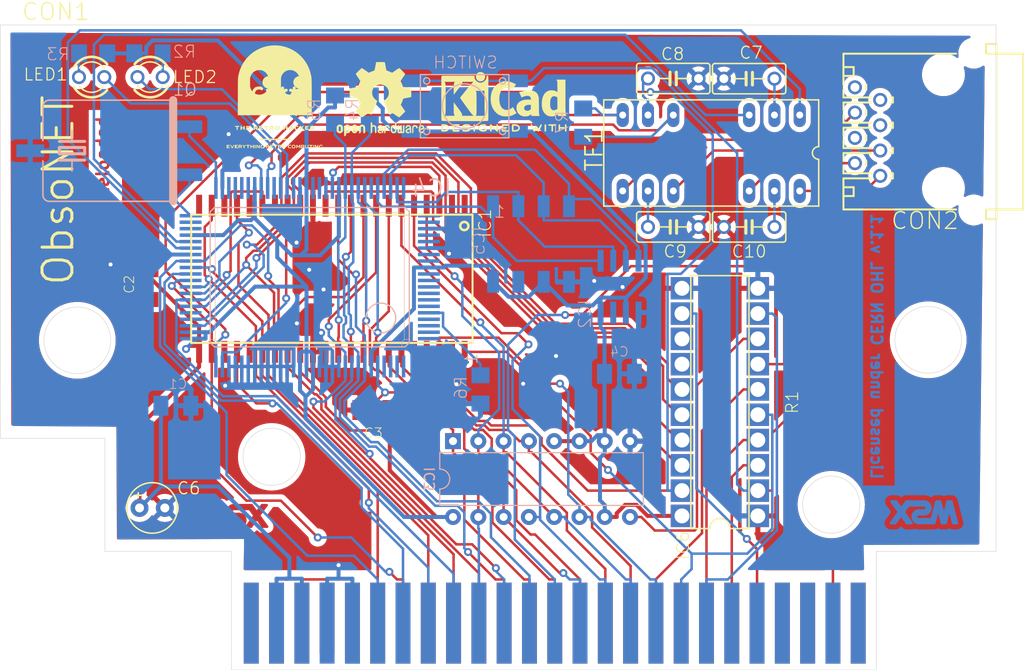
<source format=kicad_pcb>
(kicad_pcb (version 20211014) (generator pcbnew)
  (layers (0 "F.Cu" signal "Top") (31 "B.Cu" signal "Bottom") (34 "B.Paste" user) (35 "F.Paste" user) (36 "B.SilkS" user "B.Silkscreen") (37 "F.SilkS" user "F.Silkscreen") (38 "B.Mask" user) (39 "F.Mask" user) (44 "Edge.Cuts" user))
  (net 0 "")
  (net 1 "GND")
  (net 2 "VCC")
  (net 3 "/~{SLTSL}")
  (net 4 "Net-(IC6-Pad2)")
  (net 5 "Net-(LED2-PadA)")
  (net 6 "Net-(LED1-PadA)")
  (net 7 "/BROM-A16")
  (net 8 "/BROM-A17")
  (net 9 "Net-(IC4-Pad96)")
  (net 10 "/TPIN+")
  (net 11 "/TPIN-")
  (net 12 "Net-(CON2-Pad8)")
  (net 13 "Net-(CON2-Pad7)")
  (net 14 "Net-(CON2-Pad1)")
  (net 15 "Net-(CON2-Pad2)")
  (net 16 "Net-(CON2-Pad3)")
  (net 17 "Net-(CON2-Pad4)")
  (net 18 "Net-(CON2-Pad5)")
  (net 19 "Net-(CON2-Pad6)")
  (net 20 "/EEDO")
  (net 21 "/EEDI")
  (net 22 "/EECS")
  (net 23 "Net-(IC2-Pad7)")
  (net 24 "/EESK")
  (net 25 "Net-(IC4-Pad50)")
  (net 26 "Net-(IC4-Pad51)")
  (net 27 "/TPOUT-")
  (net 28 "Net-(C10-Pad1)")
  (net 29 "Net-(C9-Pad1)")
  (net 30 "Net-(C8-Pad2)")
  (net 31 "Net-(C7-Pad2)")
  (net 32 "/TPOUT+")
  (net 33 "/A5")
  (net 34 "/A12")
  (net 35 "/A7")
  (net 36 "/A11")
  (net 37 "/A9")
  (net 38 "/~{H/L}")
  (net 39 "/A10")
  (net 40 "/A6")
  (net 41 "/A8")
  (net 42 "/A13")
  (net 43 "/~{WE}")
  (net 44 "/~{CE_FLASH}")
  (net 45 "/~{OE}")
  (net 46 "/~{AEN}")
  (net 47 "/RSTDRV")
  (net 48 "/NC_14")
  (net 49 "/NC_13")
  (net 50 "/~{BUSDIR}")
  (net 51 "/~{WR}")
  (net 52 "/~{RESET}")
  (net 53 "/A15")
  (net 54 "/~{RD}")
  (net 55 "/~{MERQ}")
  (net 56 "/A14")
  (net 57 "Net-(IC4-Pad61)")
  (net 58 "Net-(IC4-Pad62)")
  (net 59 "Net-(IC5-Pad7)")
  (net 60 "Net-(IC4-Pad100)")
  (net 61 "Net-(IC4-Pad99)")
  (net 62 "Net-(IC4-Pad98)")
  (net 63 "Net-(IC4-Pad97)")
  (net 64 "Net-(IC4-Pad95)")
  (net 65 "Net-(IC4-Pad94)")
  (net 66 "Net-(IC4-Pad93)")
  (net 67 "Net-(IC4-Pad92)")
  (net 68 "Net-(IC4-Pad91)")
  (net 69 "Net-(IC4-Pad90)")
  (net 70 "Net-(IC4-Pad88)")
  (net 71 "Net-(IC4-Pad87)")
  (net 72 "Net-(IC4-Pad85)")
  (net 73 "Net-(IC4-Pad84)")
  (net 74 "Net-(IC4-Pad82)")
  (net 75 "Net-(IC4-Pad81)")
  (net 76 "Net-(IC4-Pad80)")
  (net 77 "Net-(IC4-Pad75)")
  (net 78 "/BROM-A14")
  (net 79 "/BROM-A15")
  (net 80 "/BROM-A18")
  (net 81 "Net-(IC4-Pad68)")
  (net 82 "Net-(IC4-Pad67)")
  (net 83 "Net-(IC4-Pad66)")
  (net 84 "Net-(IC4-Pad63)")
  (net 85 "Net-(IC4-Pad60)")
  (net 86 "Net-(IC4-Pad56)")
  (net 87 "Net-(IC4-Pad55)")
  (net 88 "Net-(IC4-Pad54)")
  (net 89 "Net-(IC4-Pad53)")
  (net 90 "Net-(IC4-Pad49)")
  (net 91 "Net-(IC4-Pad48)")
  (net 92 "/D7")
  (net 93 "/D6")
  (net 94 "/D5")
  (net 95 "/D4")
  (net 96 "/D3")
  (net 97 "/D2")
  (net 98 "/D1")
  (net 99 "/D0")
  (net 100 "Net-(IC4-Pad35)")
  (net 101 "/A4")
  (net 102 "/A3")
  (net 103 "/A2")
  (net 104 "/A1")
  (net 105 "/A0")
  (net 106 "Net-(IC4-Pad4)")
  (net 107 "Net-(IC4-Pad3)")
  (net 108 "Net-(IC4-Pad2)")
  (net 109 "Net-(IC4-Pad1)")
  (net 110 "Net-(IC1-Pad29)")
  (net 111 "Net-(IC1-Pad27)")
  (net 112 "Net-(IC1-Pad25)")
  (net 113 "Net-(IC1-Pad22)")
  (net 114 "Net-(IC1-Pad20)")
  (net 115 "Net-(IC1-Pad18)")
  (net 116 "Net-(IC1-Pad16)")
  (net 117 "Net-(IC1-Pad2)")
  (net 118 "Net-(CON1-Pad50)")
  (net 119 "Net-(CON1-Pad48)")
  (net 120 "Net-(CON1-Pad44)")
  (net 121 "Net-(CON1-Pad42)")
  (net 122 "Net-(CON1-Pad16)")
  (net 123 "Net-(CON1-Pad8)")
  (net 124 "Net-(CON1-Pad6)")
  (net 125 "Net-(CON1-Pad2)")
  (net 126 "Net-(CON1-Pad49)")
  (net 127 "Net-(CON1-Pad11)")
  (net 128 "Net-(CON1-Pad9)")
  (net 129 "Net-(CON1-Pad7)")
  (net 130 "Net-(CON1-Pad5)")
  (net 131 "Net-(CON1-Pad3)")
  (net 132 "Net-(CON1-Pad1)")
  (footprint "obsonet_1:C1206K" (layer "F.Cu") (at 112.7 97.87 -90)
    (fp_text reference "C2")
    (fp_text value "100nF")
  )
  (footprint "obsonet_1:C1206K" (layer "F.Cu") (at 135.43 110.47 180)
    (fp_text reference "C3")
    (fp_text value "100nF")
  )
  (footprint "obsonet_1:E2,5-5" (layer "F.Cu") (at 113.07 120.3)
    (fp_text reference "C6")
    (fp_text value "100uF")
  )
  (footprint "obsonet_1:R1206" (layer "F.Cu") (at 179.32 109.67 90)
    (fp_text reference "R1")
    (fp_text value "11K")
  )
  (footprint "obsonet_1:555153-1" (layer "F.Cu") (at 192.54 82.5 90)
    (fp_text reference "CON2")
    (fp_text value "RJ45_H")
  )
  (footprint "obsonet_1:DIL16_12" (layer "F.Cu") (at 169.2173 84.6491 180)
    (fp_text reference "TF1")
    (fp_text value "20F001N")
  )
  (footprint "obsonet_1:C050-030X075" (layer "F.Cu") (at 173.0273 77.1878)
    (fp_text reference "C7")
    (fp_text value "10nF")
  )
  (footprint "obsonet_1:C050-030X075" (layer "F.Cu") (at 165.4074 77.17 180)
    (fp_text reference "C8")
    (fp_text value "10nF")
  )
  (footprint "obsonet_1:C050-030X075" (layer "F.Cu") (at 165.4074 92.0786)
    (fp_text reference "C9")
    (fp_text value "10nF")
  )
  (footprint "obsonet_1:C050-030X075" (layer "F.Cu") (at 173.0273 92.0786 180)
    (fp_text reference "C10")
    (fp_text value "10nF")
  )
  (footprint "obsonet_1:DIL20_SQUARE_1.5MM" (layer "F.Cu") (at 170.09 109.67 90)
    (fp_text reference "IC6")
    (fp_text value "GAL16V8D")
  )
  (footprint "obsonet_1:SO44" (layer "F.Cu") (at 131.1174 97.2856 180)
    (fp_text reference "IC1")
    (fp_text value "M29F400M")
  )
  (footprint "obsonet_1:MSXCART" (layer "F.Cu") (at 153.5011 131.5756)
    (fp_text reference "CON1")
    (fp_text value "CART_BOARD")
    (fp_line (start 32.3 -6.91) (end 32.3 5) (layer "Edge.Cuts") (width 0.05))
    (fp_line (start 44.32 -6.91) (end 32.3 -6.91) (layer "Edge.Cuts") (width 0.05))
    (fp_line (start -45.18 -18.261) (end -55.6856 -18.261) (layer "Edge.Cuts") (width 0.05))
    (fp_line (start 32.3 5) (end -32.47 5) (layer "Edge.Cuts") (width 0.05))
    (fp_line (start -55.6856 -18.261) (end -55.69 -59.78) (layer "Edge.Cuts") (width 0.05))
    (fp_line (start -32.47 5) (end -32.48 -6.91) (layer "Edge.Cuts") (width 0.05))
    (fp_line (start 44.32 -59.78) (end 44.32 -6.91) (layer "Edge.Cuts") (width 0.05))
    (fp_line (start -32.48 -6.91) (end -45.18 -6.91) (layer "Edge.Cuts") (width 0.05))
    (fp_line (start -45.18 -6.91) (end -45.18 -18.261) (layer "Edge.Cuts") (width 0.05))
    (fp_line (start -55.69 -59.78) (end 44.32 -59.78) (layer "Edge.Cuts") (width 0.05))
    (fp_circle (center 27.77 -11.61) (end 30.22 -10.11) (layer "Edge.Cuts") (width 0.05) (fill none))
    (fp_circle (center 37.510716 -28.16) (end 40.86 -28.16) (layer "Edge.Cuts") (width 0.05) (fill none))
    (fp_circle (center -28.43 -16.41) (end -26.58 -14.21) (layer "Edge.Cuts") (width 0.05) (fill none))
    (fp_circle (center -47.95 -28.11) (end -44.600716 -28.11) (layer "Edge.Cuts") (width 0.05) (fill none))
  )
  (footprint "obsonet_1:LOGO_MSX" (layer "F.Cu") (at 117.7032 122.4081)
    (fp_text reference "U$1" hide)
    (fp_text value "" hide)
  )
  (footprint "obsonet_1:LOGO_OBSONET" (layer "F.Cu") (at 106.1301 99.1906 90)
    (fp_text reference "U$4" hide)
    (fp_text value "" hide)
  )
  (footprint "obsonet_1:LED3MM" (layer "F.Cu") (at 106.9875 77.0292)
    (fp_text reference "LED1")
    (fp_text value "GREEN")
  )
  (footprint "obsonet_1:LED3MM" (layer "F.Cu") (at 112.8611 77.0291 180)
    (fp_text reference "LED2")
    (fp_text value "ORANGE")
  )
  (footprint "Symbol:OSHW-Logo2_9.8x8mm_SilkScreen" (layer "F.Cu") (at 136 79.23)
    (fp_text reference "REF**" hide)
    (fp_text value "OSHW-Logo2_9.8x8mm_SilkScreen" hide)
  )
  (footprint "Symbol:KiCad-Logo2_5mm_SilkScreen" (layer "F.Cu") (at 148.39 79.5)
    (fp_text reference "REF**" hide)
    (fp_text value "KiCad-Logo2_5mm_SilkScreen" hide)
  )
  (footprint "CRISAG:TRH" (layer "F.Cu") (at 125.41 78.96)
    (fp_text reference "G***")
    (fp_text value "LOGO" hide)
  )
  (footprint "obsonet_1:C1206K" (layer "B.Cu") (at 115.45 110.03)
    (fp_text reference "C1")
    (fp_text value "100nF")
  )
  (footprint "obsonet_1:C1206K" (layer "B.Cu") (at 160 106.83)
    (fp_text reference "C4")
    (fp_text value "100nF")
  )
  (footprint "obsonet_1:R1206" (layer "B.Cu") (at 112.7024 74.6479 180)
    (fp_text reference "R2")
    (fp_text value "300R")
  )
  (footprint "obsonet_1:R1206" (layer "B.Cu") (at 107.146 74.6479)
    (fp_text reference "R3")
    (fp_text value "300R")
  )
  (footprint "obsonet_1:R1206" (layer "B.Cu") (at 134.9273 80.2993 90)
    (fp_text reference "R4")
    (fp_text value "11K")
  )
  (footprint "obsonet_1:R1206" (layer "B.Cu") (at 131.4348 80.2993 90)
    (fp_text reference "R5")
    (fp_text value "11K")
  )
  (footprint "obsonet_1:R1206" (layer "B.Cu") (at 146.0399 108.3981 90)
    (fp_text reference "R6")
    (fp_text value "27K")
  )
  (footprint "obsonet_1:R1206" (layer "B.Cu") (at 156.3587 81.6011 90)
    (fp_text reference "R7")
    (fp_text value "200R")
  )
  (footprint "obsonet_1:SOIC8" (layer "B.Cu") (at 160.0099 98.0793)
    (fp_text reference "IC2")
    (fp_text value "93C46_SOIC")
  )
  (footprint "obsonet_1:HC49GW" (layer "B.Cu") (at 108.8289 84.4268 -90)
    (fp_text reference "Q1")
    (fp_text value "20MHz")
  )
  (footprint "Package_DIP:DIP-16_W7.62mm" (layer "B.Cu") (at 143.285 113.59 -90)
    (fp_text reference "IC3")
    (fp_text value "74HC133")
  )
  (footprint "obsonet_1:MICROPULSADOR_6X6" (layer "B.Cu") (at 144.4524 79.9501)
    (fp_text reference "SW1" hide)
    (fp_text value "SWITCH")
  )
  (footprint "obsonet_1:DIP8" (layer "B.Cu") (at 151.1199 93.7931)
    (fp_text reference "IC5")
    (fp_text value "93C46_DIL")
  )
  (footprint "obsonet_1:RTL8019AS" (layer "B.Cu") (at 128.8949 97.1268 180)
    (fp_text reference "IC4")
    (fp_text value "RTL8019AS")
  )
  (footprint "obsonet_1:LOGO_MSX" (layer "B.Cu") (at 194.1768 122.0481 180)
    (fp_text reference "U$2" hide)
    (fp_text value "" hide)
  )
  (gr_text "Reloaded" (at 107.4002 80.8391 90) (layer "F.Cu") (effects (font (size 1.2065 1.2065) (thickness 0.254)) (justify right top)))
  (gr_text "Licensed under CERN OHL v.1.1" (at 185.17 117.54 -90) (layer "B.Cu") (effects (font (size 1.1 1.1) (thickness 0.254)) (justify left bottom mirror)))
  (gr_text "ObsoNET" (at 103.632 88.392 90) (layer "F.SilkS") (effects (font (size 3 3) (thickness 0.3))))
  (segment (start 110.27 99.37) (end 112.7 99.37) (width 0.4) (layer "F.Cu") (net 1))
  (segment (start 128.84 101.76) (end 129.2124 102.1324) (width 0.4) (layer "F.Cu") (net 1))
  (segment (start 127.57 95.11) (end 128.84 96.38) (width 0.4) (layer "F.Cu") (net 1))
  (segment (start 143.63 107.88) (end 150.28 107.88) (width 0.4) (layer "F.Cu") (net 1))
  (segment (start 129.09 101.76) (end 130.04 102.71) (width 0.4) (layer "F.Cu") (net 1))
  (segment (start 150.28 107.88) (end 150.33 107.83) (width 0.4) (layer "F.Cu") (net 1))
  (segment (start 127.6 101.76) (end 128.84 101.76) (width 0.4) (layer "F.Cu") (net 1))
  (segment (start 128.84 101.76) (end 129.09 101.76) (width 0.4) (layer "F.Cu") (net 1))
  (segment (start 108.89 97.99) (end 110.27 99.37) (width 0.4) (layer "F.Cu") (net 1))
  (segment (start 127.57 93.65) (end 127.57 95.11) (width 0.4) (layer "F.Cu") (net 1))
  (segment (start 108.89 95.85) (end 108.89 97.99) (width 0.4) (layer "F.Cu") (net 1))
  (segment (start 129.2124 102.1324) (end 129.2124 104.6256) (width 0.4) (layer "F.Cu") (net 1))
  (via (at 127.6 101.76) (size 0.8) (drill 0.4) (layers "F.Cu" "B.Cu") (net 1))
  (via (at 142.88 94.76) (size 0.8) (drill 0.4) (layers "F.Cu" "B.Cu") (net 1))
  (via (at 130.04 102.71) (size 0.8) (drill 0.4) (layers "F.Cu" "B.Cu") (net 1))
  (via (at 127.57 93.65) (size 0.8) (drill 0.4) (layers "F.Cu" "B.Cu") (net 1))
  (via (at 120.4 108.02) (size 0.8) (drill 0.4) (layers "F.Cu" "B.Cu") (net 1))
  (via (at 130.28 98.36) (size 0.8) (drill 0.4) (layers "F.Cu" "B.Cu") (net 1))
  (via (at 131.79 126.05) (size 0.8) (drill 0.4) (layers "F.Cu" "B.Cu") (net 1))
  (via (at 153.63 105.04) (size 0.8) (drill 0.4) (layers "F.Cu" "B.Cu") (net 1))
  (via (at 128.84 96.38) (size 0.8) (drill 0.4) (layers "F.Cu" "B.Cu") (net 1))
  (via (at 160.31 98.11) (size 0.8) (drill 0.4) (layers "F.Cu" "B.Cu") (net 1))
  (via (at 120.75 82.76) (size 0.8) (drill 0.4) (layers "F.Cu" "B.Cu") (net 1))
  (via (at 157.47 97.5) (size 0.8) (drill 0.4) (layers "F.Cu" "B.Cu") (net 1))
  (via (at 150.33 107.83) (size 0.8) (drill 0.4) (layers "F.Cu" "B.Cu") (net 1))
  (via (at 108.89 95.85) (size 0.8) (drill 0.4) (layers "F.Cu" "B.Cu") (net 1))
  (via (at 143.63 107.88) (size 0.8) (drill 0.4) (layers "F.Cu" "B.Cu") (net 1))
  (segment (start 159.7 97.5) (end 160.31 98.11) (width 0.4) (layer "B.Cu") (net 1))
  (segment (start 120.1199 86.4299) (end 120.1199 88.1618) (width 0.4) (layer "B.Cu") (net 1))
  (segment (start 142.3599 92.2518) (end 142.88 92.7719) (width 0.4) (layer "B.Cu") (net 1))
  (segment (start 133.1811 127.4081) (end 131.6819 127.4081) (width 0.4) (layer "B.Cu") (net 1))
  (segment (start 130.04 105.9217) (end 129.8699 106.0918) (width 0.4) (layer "B.Cu") (net 1))
  (segment (start 128.84 96.38) (end 129.55 97.09) (width 0.4) (layer "B.Cu") (net 1))
  (segment (start 142.8018 94.2018) (end 142.88 94.28) (width 0.4) (layer "B.Cu") (net 1))
  (segment (start 130.6411 131.8724) (end 130.6411 127.4081) (width 0.4) (layer "B.Cu") (net 1))
  (segment (start 127.2699 106.0918) (end 127.2699 102.0901) (width 0.4) (layer "B.Cu") (net 1))
  (segment (start 157.47 97.5) (end 159.7 97.5) (width 0.4) (layer "B.Cu") (net 1))
  (segment (start 120.75 82.76) (end 120.75 85.7998) (width 0.4) (layer "B.Cu") (net 1))
  (segment (start 133.1811 131.8724) (end 133.1811 127.4081) (width 0.4) (layer "B.Cu") (net 1))
  (segment (start 140.8599 94.2018) (end 142.8018 94.2018) (width 0.4) (layer "B.Cu") (net 1))
  (segment (start 131.6819 127.4081) (end 130.6411 127.4081) (width 0.4) (layer "B.Cu") (net 1))
  (segment (start 153.12 105.04) (end 153.63 105.04) (width 0.4) (layer "B.Cu") (net 1))
  (segment (start 108.89 95.85) (end 109.8882 94.8518) (width 0.4) (layer "B.Cu") (net 1))
  (segment (start 130.04 102.71) (end 130.04 105.9217) (width 0.4) (layer "B.Cu") (net 1))
  (segment (start 140.8599 92.2518) (end 142.3599 92.2518) (width 0.4) (layer "B.Cu") (net 1))
  (segment (start 109.8882 94.8518) (end 116.9299 94.8518) (width 0.4) (layer "B.Cu") (net 1))
  (segment (start 127.9199 88.1618) (end 127.9199 93.3001) (width 0.4) (layer "B.Cu") (net 1))
  (segment (start 120.75 85.7998) (end 120.1199 86.4299) (width 0.4) (layer "B.Cu") (net 1))
  (segment (start 131.79 126.05) (end 131.79 127.3) (width 0.4) (layer "B.Cu") (net 1))
  (segment (start 127.9199 93.3001) (end 127.57 93.65) (width 0.4) (layer "B.Cu") (net 1))
  (segment (start 131.79 127.3) (end 131.6819 127.4081) (width 0.4) (layer "B.Cu") (net 1))
  (segment (start 150.33 107.83) (end 153.12 105.04) (width 0.4) (layer "B.Cu") (net 1))
  (segment (start 142.88 92.7719) (end 142.88 94.28) (width 0.4) (layer "B.Cu") (net 1))
  (segment (start 127.2699 102.0901) (end 127.6 101.76) (width 0.4) (layer "B.Cu") (net 1))
  (segment (start 142.88 94.28) (end 142.88 94.76) (width 0.4) (layer "B.Cu") (net 1))
  (segment (start 116.782 104.0255) (end 116.4752 104.3323) (width 0.4) (layer "F.Cu") (net 2))
  (segment (start 117.7824 103.1253) (end 117.7824 102.0994) (width 0.4) (layer "F.Cu") (net 2))
  (segment (start 136.93 116.529062) (end 136.93 110.47) (width 0.4) (layer "F.Cu") (net 2))
  (segment (start 143.285 121.21) (end 141.610938 121.21) (width 0.4) (layer "F.Cu") (net 2))
  (segment (start 159.7253 120.8349) (end 160.5686 119.9916) (width 0.4) (layer "F.Cu") (net 2))
  (segment (start 162.8233 121.1) (end 166.28 121.1) (width 0.4) (layer "F.Cu") (net 2))
  (segment (start 117.7824 102.0994) (end 113.2033 97.5203) (width 0.4) (layer "F.Cu") (net 2))
  (segment (start 117.7824 104.6256) (end 117.7824 106.1259) (width 0.4) (layer "F.Cu") (net 2))
  (segment (start 117.7824 104.0255) (end 116.782 104.0255) (width 0.4) (layer "F.Cu") (net 2))
  (segment (start 155.985 113.59) (end 153.445 113.59) (width 0.4) (layer "F.Cu") (net 2))
  (segment (start 112.7 96.37) (end 112.7 97.5203) (width 0.4) (layer "F.Cu") (net 2))
  (segment (start 161.7149 119.9916) (end 162.8233 121.1) (width 0.4) (layer "F.Cu") (net 2))
  (segment (start 141.610938 121.21) (end 136.93 116.529062) (width 0.4) (layer "F.Cu") (net 2))
  (segment (start 111.8 112.1083) (end 117.7824 106.1259) (width 0.4) (layer "F.Cu") (net 2))
  (segment (start 158.525 121.21) (end 159.7253 121.21) (width 0.4) (layer "F.Cu") (net 2))
  (segment (start 117.7824 104.0255) (end 117.7824 103.1253) (width 0.4) (layer "F.Cu") (net 2))
  (segment (start 113.2033 97.5203) (end 112.7 97.5203) (width 0.4) (layer "F.Cu") (net 2))
  (segment (start 160.5686 119.9916) (end 161.7149 119.9916) (width 0.4) (layer "F.Cu") (net 2))
  (segment (start 111.8 120.3) (end 111.8 112.1083) (width 0.4) (layer "F.Cu") (net 2))
  (segment (start 159.7253 121.21) (end 159.7253 120.8349) (width 0.4) (layer "F.Cu") (net 2))
  (via (at 116.4752 104.3323) (size 0.8) (drill 0.4) (layers "F.Cu" "B.Cu") (net 2))
  (segment (start 158.525 112.9898) (end 158.525 112.3897) (width 0.4) (layer "B.Cu") (net 2))
  (segment (start 158.1049 100.6793) (end 158.1049 102.1796) (width 0.4) (layer "B.Cu") (net 2))
  (segment (start 150.890389 99.092611) (end 152.3899 97.5931) (width 0.4) (layer "B.Cu") (net 2))
  (segment (start 147.3099 96.2264) (end 147.3099 97.552122) (width 0.4) (layer "B.Cu") (net 2))
  (segment (start 128.1011 131.8724) (end 128.1011 127.4081) (width 0.4) (layer "B.Cu") (net 2))
  (segment (start 158.5 106.83) (end 158.5 112.3647) (width 0.4) (layer "B.Cu") (net 2))
  (segment (start 113.95 118.15) (end 111.8 120.3) (width 0.4) (layer "B.Cu") (net 2))
  (segment (start 108.568 74.6479) (end 111.2804 74.6479) (width 0.4) (layer "B.Cu") (net 2))
  (segment (start 125.63 93.45) (end 125.63 95.1338) (width 0.4) (layer "B.Cu") (net 2))
  (segment (start 117.6801 103.3018) (end 117.5057 103.3018) (width 0.4) (layer "B.Cu") (net 2))
  (segment (start 134.9273 78.8773) (end 131.4348 78.8773) (width 0.4) (layer "B.Cu") (net 2))
  (segment (start 158.525 121.21) (end 158.525 120.0097) (width 0.4) (layer "B.Cu") (net 2))
  (segment (start 162.6322 93.9196) (end 162.6322 97.1917) (width 0.4) (layer "B.Cu") (net 2))
  (segment (start 160.6449 99.3291) (end 160.6449 99.179) (width 0.4) (layer "B.Cu") (net 2))
  (segment (start 129.2199 108.4001) (end 129.2199 106.0918) (width 0.4) (layer "B.Cu") (net 2))
  (segment (start 131.23958 93.62042) (end 129.93 94.93) (width 0.4) (layer "B.Cu") (net 2))
  (segment (start 131.8199 93.027416) (end 131.23958 93.607736) (width 0.4) (layer "B.Cu") (net 2))
  (segment (start 139.3724 82.4901) (end 137.3401 82.4901) (width 0.4) (layer "B.Cu") (net 2))
  (segment (start 128.465581 109.154419) (end 129.2199 108.4001) (width 0.4) (layer "B.Cu") (net 2))
  (segment (start 139.3596 100.3018) (end 135.0699 104.5915) (width 0.4) (layer "B.Cu") (net 2))
  (segment (start 128.5699 82.2673) (end 130.7596 80.0776) (width 0.4) (layer "B.Cu") (net 2))
  (segment (start 147.3099 97.552122) (end 148.850389 99.092611) (width 0.4) (layer "B.Cu") (net 2))
  (segment (start 138.384084 121.21) (end 128.465581 111.291497) (width 0.4) (layer "B.Cu") (net 2))
  (segment (start 125.5611 131.8724) (end 125.5611 127.5582) (width 0.4) (layer "B.Cu") (net 2))
  (segment (start 123.3699 89.512) (end 123.3699 89.6621) (width 0.4) (layer "B.Cu") (net 2))
  (segment (start 158.0451 119.5298) (end 158.525 120.0097) (width 0.4) (layer "B.Cu") (net 2))
  (segment (start 155.985 113.59) (end 157.1853 113.59) (width 0.4) (layer "B.Cu") (net 2))
  (segment (start 113.1074 73.346) (end 112.4807 73.9727) (width 0.4) (layer "B.Cu") (net 2))
  (segment (start 116.9299 103.3018) (end 117.5057 103.3018) (width 0.4) (layer "B.Cu") (net 2))
  (segment (start 118.8199 102.6518) (end 118.4302 102.6518) (width 0.4) (layer "B.Cu") (net 2))
  (segment (start 127.9199 108.5199) (end 128.36 108.96) (width 0.4) (layer "B.Cu") (net 2))
  (segment (start 118.4302 102.6518) (end 118.4302 103.3018) (width 0.4) (layer "B.Cu") (net 2))
  (segment (start 128.0699 104.5915) (end 128.5699 104.5915) (width 0.4) (layer "B.Cu") (net 2))
  (segment (start 126.85 125.28) (end 126.85 127.27) (width 0.4) (layer "B.Cu") (net 2))
  (segment (start 125.63 95.1338) (end 128.5699 98.0737) (width 0.4) (layer "B.Cu") (net 2))
  (segment (start 127.9199 106.0918) (end 127.9199 104.7415) (width 0.4) (layer "B.Cu") (net 2))
  (segment (start 128.04 94.89) (end 128.5699 94.3601) (width 0.4) (layer "B.Cu") (net 2))
  (segment (start 120.213416 92.9018) (end 116.9299 92.9018) (width 0.4) (layer "B.Cu") (net 2))
  (segment (start 121.714236 91.40098) (end 120.213416 92.9018) (width 0.4) (layer "B.Cu") (net 2))
  (segment (start 147.0535 95.97) (end 142.542 95.97) (width 0.4) (layer "B.Cu") (net 2))
  (segment (start 123.3699 91.2099) (end 123.3699 89.6621) (width 0.4) (layer "B.Cu") (net 2))
  (segment (start 139.3596 96.1518) (end 139.3596 100.3018) (width 0.4) (layer "B.Cu") (net 2))
  (segment (start 119.72 118.15) (end 126.85 125.28) (width 0.4) (layer "B.Cu") (net 2))
  (segment (start 119.6486 73.346) (end 113.1074 73.346) (width 0.4) (layer "B.Cu") (net 2))
  (segment (start 158.5 102.5747) (end 158.5 106.83) (width 0.4) (layer "B.Cu") (net 2))
  (segment (start 131.4348 78.8773) (end 131.4348 80.0776) (width 0.4) (layer "B.Cu") (net 2))
  (segment (start 160.6449 100.6793) (end 160.6449 99.3291) (width 0.4) (layer "B.Cu") (net 2))
  (segment (start 131.8199 88.1618) (end 131.8199 93.027416) (width 0.4) (layer "B.Cu") (net 2))
  (segment (start 127.9199 104.7415) (end 128.0699 104.5915) (width 0.4) (layer "B.Cu") (net 2))
  (segment (start 142.3602 96.1518) (end 140.8599 96.1518) (width 0.4) (layer "B.Cu") (net 2))
  (segment (start 158.1049 100.6793) (end 158.1049 99.179) (width 0.4) (layer "B.Cu") (net 2))
  (segment (start 123.3699 89.6621) (end 123.3699 91.0201) (width 0.4) (layer "B.Cu") (net 2))
  (segment (start 113.95 110.03) (end 113.95 118.15) (width 0.4) (layer "B.Cu") (net 2))
  (segment (start 147.3099 96.3097) (end 147.3099 96.2264) (width 0.4) (layer "B.Cu") (net 2))
  (segment (start 142.542 95.97) (end 142.3602 96.1518) (width 0.4) (layer "B.Cu") (net 2))
  (segment (start 125.5611 127.5582) (end 125.5611 127.4081) (width 0.4) (layer "B.Cu") (net 2))
  (segment (start 158.1049 102.1796) (end 158.5 102.5747) (width 0.4) (layer "B.Cu") (net 2))
  (segment (start 135.0699 106.0918) (end 135.0699 104.5915) (width 0.4) (layer "B.Cu") (net 2))
  (segment (start 129.93 94.93) (end 127.09 94.93) (width 0.4) (layer "B.Cu") (net 2))
  (segment (start 151.2027 82.4901) (end 162.6322 93.9196) (width 0.4) (layer "B.Cu") (net 2))
  (segment (start 117.6801 103.3018) (end 118.4302 103.3018) (width 0.4) (layer "B.Cu") (net 2))
  (segment (start 157.3239 99.96) (end 154.7568 99.96) (width 0.4) (layer "B.Cu") (net 2))
  (segment (start 128.5699 98.0737) (end 128.5699 104.5915) (width 0.4) (layer "B.Cu") (net 2))
  (segment (start 122.98902 91.40098) (end 121.714236 91.40098) (width 0.4) (layer "B.Cu") (net 2))
  (segment (start 128.465581 111.291497) (end 128.465581 109.154419) (width 0.4) (layer "B.Cu") (net 2))
  (segment (start 158.525 113.59) (end 158.525 112.9898) (width 0.4) (layer "B.Cu") (net 2))
  (segment (start 116.9299 102.6518) (end 118.4302 102.6518) (width 0.4) (layer "B.Cu") (net 2))
  (segment (start 128.9295 104.5915) (end 129.2199 104.8819) (width 0.4) (layer "B.Cu") (net 2))
  (segment (start 128.5699 88.1618) (end 128.5699 82.2673) (width 0.4) (layer "B.Cu") (net 2))
  (segment (start 126.85 127.27) (end 126.7119 127.4081) (width 0.4) (layer "B.Cu") (net 2))
  (segment (start 130.7596 80.0776) (end 131.4348 80.0776) (width 0.4) (layer "B.Cu") (net 2))
  (segment (start 127.9199 106.0918) (end 127.9199 108.5199) (width 0.4) (layer "B.Cu") (net 2))
  (segment (start 123.398 98.0737) (end 118.8199 102.6518) (width 0.4) (layer "B.Cu") (net 2))
  (segment (start 113.95 118.15) (end 119.72 118.15) (width 0.4) (layer "B.Cu") (net 2))
  (segment (start 128.5699 94.3601) (end 128.5699 88.1618) (width 0.4) (layer "B.Cu") (net 2))
  (segment (start 126.4581 127.4081) (end 128.1011 127.4081) (width 0.4) (layer "B.Cu") (net 2))
  (segment (start 136.228311 80.178311) (end 134.9273 78.8773) (width 0.4) (layer "B.Cu") (net 2))
  (segment (start 117.5057 103.3018) (end 116.4752 104.3323) (width 0.4) (layer "B.Cu") (net 2))
  (segment (start 131.23958 93.607736) (end 131.23958 93.62042) (width 0.4) (layer "B.Cu") (net 2))
  (segment (start 148.850389 99.092611) (end 150.890389 99.092611) (width 0.4) (layer "B.Cu") (net 2))
  (segment (start 147.3099 97.5931) (end 147.3099 96.3097) (width 0.4) (layer "B.Cu") (net 2))
  (segment (start 136.228311 81.378311) (end 136.228311 80.178311) (width 0.4) (layer "B.Cu") (net 2))
  (segment (start 158.525 114.7903) (end 158.0451 115.2702) (width 0.4) (layer "B.Cu") (net 2))
  (segment (start 160.6449 99.179) (end 158.1049 99.179) (width 0.4) (layer "B.Cu") (net 2))
  (segment (start 154.7568 99.96) (end 152.3899 97.5931) (width 0.4) (layer "B.Cu") (net 2))
  (segment (start 162.6322 97.1917) (end 160.6449 99.179) (width 0.4) (layer "B.Cu") (net 2))
  (segment (start 149.5324 82.4901) (end 139.3724 82.4901) (width 0.4) (layer "B.Cu") (net 2))
  (segment (start 137.3401 82.4901) (end 136.228311 81.378311) (width 0.4) (layer "B.Cu") (net 2))
  (segment (start 129.2199 104.8819) (end 129.2199 106.0918) (width 0.4) (layer "B.Cu") (net 2))
  (segment (start 111.2804 74.6479) (end 112.4807 74.6479) (width 0.4) (layer "B.Cu") (net 2))
  (segment (start 158.1049 99.179) (end 157.3239 99.96) (width 0.4) (layer "B.Cu") (net 2))
  (segment (start 112.4807 73.9727) (end 112.4807 74.6479) (width 0.4) (layer "B.Cu") (net 2))
  (segment (start 123.3699 91.0201) (end 122.98902 91.40098) (width 0.4) (layer "B.Cu") (net 2))
  (segment (start 126.7119 127.4081) (end 126.4581 127.4081) (width 0.4) (layer "B.Cu") (net 2))
  (segment (start 128.5699 104.5915) (end 128.9295 104.5915) (width 0.4) (layer "B.Cu") (net 2))
  (segment (start 128.5699 98.0737) (end 123.398 98.0737) (width 0.4) (layer "B.Cu") (net 2))
  (segment (start 149.5324 82.4901) (end 151.2027 82.4901) (width 0.4) (layer "B.Cu") (net 2))
  (segment (start 158.525 113.59) (end 158.525 114.7903) (width 0.4) (layer "B.Cu") (net 2))
  (segment (start 125.5611 127.4081) (end 126.4581 127.4081) (width 0.4) (layer "B.Cu") (net 2))
  (segment (start 158.5 112.3647) (end 158.525 112.3897) (width 0.4) (layer "B.Cu") (net 2))
  (segment (start 128.5699 82.2673) (end 119.6486 73.346) (width 0.4) (layer "B.Cu") (net 2))
  (segment (start 157.7855 112.9898) (end 157.1853 113.59) (width 0.4) (layer "B.Cu") (net 2))
  (segment (start 128.5699 106.0918) (end 128.5699 104.5915) (width 0.4) (layer "B.Cu") (net 2))
  (segment (start 143.285 121.21) (end 138.384084 121.21) (width 0.4) (layer "B.Cu") (net 2))
  (segment (start 123.3699 88.1618) (end 123.3699 89.512) (width 0.4) (layer "B.Cu") (net 2))
  (segment (start 158.525 112.9898) (end 157.7855 112.9898) (width 0.4) (layer "B.Cu") (net 2))
  (segment (start 158.0451 115.2702) (end 158.0451 119.5298) (width 0.4) (layer "B.Cu") (net 2))
  (segment (start 147.3099 96.2264) (end 147.0535 95.97) (width 0.4) (layer "B.Cu") (net 2))
  (segment (start 127.09 94.93) (end 123.3699 91.2099) (width 0.4) (layer "B.Cu") (net 2))
  (segment (start 140.8599 96.1518) (end 139.3596 96.1518) (width 0.4) (layer "B.Cu") (net 2))
  (segment (start 176.66 121.45) (end 181.4411 126.2311) (width 0.25) (layer "F.Cu") (net 3))
  (segment (start 179.32 112.2173) (end 176.66 114.8773) (width 0.25) (layer "F.Cu") (net 3))
  (segment (start 176.66 114.8773) (end 176.66 121.45) (width 0.25) (layer "F.Cu") (net 3))
  (segment (start 181.4411 126.2311) (end 181.4411 131.8724) (width 0.25) (layer "F.Cu") (net 3))
  (segment (start 179.32 111.092) (end 179.32 112.2173) (width 0.25) (layer "F.Cu") (net 3))
  (segment (start 175.3503 112.7803) (end 178.7573 109.3733) (width 0.25) (layer "F.Cu") (net 4))
  (segment (start 178.7573 109.3733) (end 179.32 109.3733) (width 0.25) (layer "F.Cu") (net 4))
  (segment (start 179.32 108.248) (end 179.32 109.3733) (width 0.25) (layer "F.Cu") (net 4))
  (segment (start 173.9 118.56) (end 175.3503 118.56) (width 0.25) (layer "F.Cu") (net 4))
  (segment (start 175.3503 118.56) (end 175.3503 112.7803) (width 0.25) (layer "F.Cu") (net 4))
  (segment (start 171.82 117.9303) (end 172.4497 118.56) (width 0.25) (layer "B.Cu") (net 4))
  (segment (start 172.4497 118.56) (end 173.9 118.56) (width 0.25) (layer "B.Cu") (net 4))
  (segment (start 163.2954 76.1288) (end 171.82 84.6534) (width 0.25) (layer "B.Cu") (net 4))
  (segment (start 151.1277 77.4101) (end 152.409 76.1288) (width 0.25) (layer "B.Cu") (net 4))
  (segment (start 139.3724 77.4101) (end 149.5324 77.4101) (width 0.25) (layer "B.Cu") (net 4))
  (segment (start 171.82 84.6534) (end 171.82 117.9303) (width 0.25) (layer "B.Cu") (net 4))
  (segment (start 149.5324 77.4101) (end 151.1277 77.4101) (width 0.25) (layer "B.Cu") (net 4))
  (segment (start 152.409 76.1288) (end 163.2954 76.1288) (width 0.25) (layer "B.Cu") (net 4))
  (segment (start 114.1311 75.8814) (end 114.1311 77.0291) (width 0.25) (layer "B.Cu") (net 5))
  (segment (start 114.1244 75.8747) (end 114.1311 75.8814) (width 0.25) (layer "B.Cu") (net 5))
  (segment (start 114.1244 74.6479) (end 114.1244 75.8747) (width 0.25) (layer "B.Cu") (net 5))
  (segment (start 105.7175 75.8812) (end 105.7175 77.0292) (width 0.25) (layer "B.Cu") (net 6))
  (segment (start 105.724 75.8747) (end 105.7175 75.8812) (width 0.25) (layer "B.Cu") (net 6))
  (segment (start 105.724 74.6479) (end 105.724 75.8747) (width 0.25) (layer "B.Cu") (net 6))
  (segment (start 133.0168 102.5894) (end 133.0224 102.595) (width 0.25) (layer "F.Cu") (net 7))
  (segment (start 133.0224 102.595) (end 133.0224 104.6256) (width 0.25) (layer "F.Cu") (net 7))
  (via (at 133.0168 102.5894) (size 0.8) (drill 0.4) (layers "F.Cu" "B.Cu") (net 7))
  (segment (start 133.1199 84.654) (end 134.9273 82.8466) (width 0.25) (layer "B.Cu") (net 7))
  (segment (start 133.0168 102.5894) (end 133.0168 100.9691) (width 0.25) (layer "B.Cu") (net 7))
  (segment (start 133.0168 100.9691) (end 132.8159 100.7682) (width 0.25) (layer "B.Cu") (net 7))
  (segment (start 133.1199 88.1618) (end 133.1199 89.5871) (width 0.25) (layer "B.Cu") (net 7))
  (segment (start 134.9273 81.7213) (end 134.9273 82.8466) (width 0.25) (layer "B.Cu") (net 7))
  (segment (start 133.1199 88.1618) (end 133.1199 84.654) (width 0.25) (layer "B.Cu") (net 7))
  (segment (start 133.2667 89.7339) (end 133.1199 89.5871) (width 0.25) (layer "B.Cu") (net 7))
  (segment (start 132.8159 96.0633) (end 133.2667 95.6125) (width 0.25) (layer "B.Cu") (net 7))
  (segment (start 132.8159 100.7682) (end 132.8159 96.0633) (width 0.25) (layer "B.Cu") (net 7))
  (segment (start 133.2667 95.6125) (end 133.2667 89.7339) (width 0.25) (layer "B.Cu") (net 7))
  (segment (start 131.807 103.1457) (end 131.7524 103.2003) (width 0.25) (layer "F.Cu") (net 8))
  (segment (start 131.807 101.422) (end 131.807 103.1457) (width 0.25) (layer "F.Cu") (net 8))
  (segment (start 131.7524 104.6256) (end 131.7524 103.2003) (width 0.25) (layer "F.Cu") (net 8))
  (via (at 131.807 101.422) (size 0.8) (drill 0.4) (layers "F.Cu" "B.Cu") (net 8))
  (segment (start 132.4699 83.8817) (end 131.4348 82.8466) (width 0.25) (layer "B.Cu") (net 8))
  (segment (start 131.7641 93.825) (end 132.4699 93.1192) (width 0.25) (layer "B.Cu") (net 8))
  (segment (start 131.4348 81.7213) (end 131.4348 82.8466) (width 0.25) (layer "B.Cu") (net 8))
  (segment (start 132.4699 88.1618) (end 132.4699 83.8817) (width 0.25) (layer "B.Cu") (net 8))
  (segment (start 131.7641 101.3791) (end 131.7641 93.825) (width 0.25) (layer "B.Cu") (net 8))
  (segment (start 132.4699 93.1192) (end 132.4699 88.1618) (width 0.25) (layer "B.Cu") (net 8))
  (segment (start 131.807 101.422) (end 131.7641 101.3791) (width 0.25) (layer "B.Cu") (net 8))
  (segment (start 146.0399 106.9761) (end 146.0399 105.8508) (width 0.25) (layer "B.Cu") (net 9))
  (segment (start 142.2852 100.7018) (end 142.2852 102.0961) (width 0.25) (layer "B.Cu") (net 9))
  (segment (start 142.2852 102.0961) (end 146.0399 105.8508) (width 0.25) (layer "B.Cu") (net 9))
  (segment (start 140.8599 100.7018) (end 142.2852 100.7018) (width 0.25) (layer "B.Cu") (net 9))
  (segment (start 127.89 81.8) (end 159.371075 81.8) (width 0.25) (layer "F.Cu") (net 10))
  (segment (start 125.0625 85.9691) (end 125.0625 84.6275) (width 0.25) (layer "F.Cu") (net 10))
  (segment (start 159.942695 82.37162) (end 163.87478 82.37162) (width 0.25) (layer "F.Cu") (net 10))
  (segment (start 125.0625 84.6275) (end 127.89 81.8) (width 0.25) (layer "F.Cu") (net 10))
  (segment (start 163.87478 82.37162) (end 165.4073 80.8391) (width 0.25) (layer "F.Cu") (net 10))
  (segment (start 159.371075 81.8) (end 159.942695 82.37162) (width 0.25) (layer "F.Cu") (net 10))
  (via (at 125.0625 85.9691) (size 0.8) (drill 0.4) (layers "F.Cu" "B.Cu") (net 10))
  (segment (start 124.6699 88.1618) (end 124.6699 86.3617) (width 0.25) (layer "B.Cu") (net 10))
  (segment (start 165.4073 80.8391) (end 163.2233 83.0231) (width 0.25) (layer "B.Cu") (net 10))
  (segment (start 163.2233 83.0231) (end 156.3587 83.0231) (width 0.25) (layer "B.Cu") (net 10))
  (segment (start 124.6699 86.3617) (end 125.0625 85.9691) (width 0.25) (layer "B.Cu") (net 10))
  (segment (start 160.3273 80.8391) (end 127.832 80.8391) (width 0.25) (layer "F.Cu") (net 11))
  (segment (start 127.832 80.8391) (end 122.775 85.8961) (width 0.25) (layer "F.Cu") (net 11))
  (via (at 122.775 85.8961) (size 0.8) (drill 0.4) (layers "F.Cu" "B.Cu") (net 11))
  (segment (start 160.3273 80.8391) (end 158.2455 80.8391) (width 0.25) (layer "B.Cu") (net 11))
  (segment (start 122.775 85.8961) (end 123.6161 85.8961) (width 0.25) (layer "B.Cu") (net 11))
  (segment (start 156.3587 80.1791) (end 157.5855 80.1791) (width 0.25) (layer "B.Cu") (net 11))
  (segment (start 158.2455 80.8391) (end 157.5855 80.1791) (width 0.25) (layer "B.Cu") (net 11))
  (segment (start 124.0199 86.2999) (end 124.0199 88.1618) (width 0.25) (layer "B.Cu") (net 11))
  (segment (start 123.6161 85.8961) (end 124.0199 86.2999) (width 0.25) (layer "B.Cu") (net 11))
  (segment (start 178.1073 88.4591) (end 184.6759 88.4591) (width 0.25) (layer "F.Cu") (net 14))
  (segment (start 184.6759 88.4591) (end 186.19 86.945) (width 0.25) (layer "F.Cu") (net 14))
  (segment (start 175.8114 85.675) (end 183.65 85.675) (width 0.25) (layer "F.Cu") (net 15))
  (segment (start 173.0273 88.4591) (end 175.8114 85.675) (width 0.25) (layer "F.Cu") (net 15))
  (segment (start 165.4073 88.4591) (end 169.4614 84.405) (width 0.25) (layer "F.Cu") (net 16))
  (segment (start 169.4614 84.405) (end 186.19 84.405) (width 0.25) (layer "F.Cu") (net 16))
  (segment (start 165.4636 83.3228) (end 180.9222 83.3228) (width 0.25) (layer "F.Cu") (net 19))
  (segment (start 180.9222 83.3228) (end 183.65 80.595) (width 0.25) (layer "F.Cu") (net 19))
  (segment (start 160.3273 88.4591) (end 165.4636 83.3228) (width 0.25) (layer "F.Cu") (net 19))
  (segment (start 138.7864 84.32) (end 151.53 84.32) (width 0.25) (layer "B.Cu") (net 20))
  (segment (start 136.3699 86.7365) (end 138.7864 84.32) (width 0.25) (layer "B.Cu") (net 20))
  (segment (start 154.9299 87.7199) (end 154.9299 89.2804) (width 0.25) (layer "B.Cu") (net 20))
  (segment (start 136.3699 88.1618) (end 136.3699 86.7365) (width 0.25) (layer "B.Cu") (net 20))
  (segment (start 157.1413 89.2804) (end 161.9149 94.054) (width 0.25) (layer "B.Cu") (net 20))
  (segment (start 161.9149 95.4793) (end 161.9149 94.054) (width 0.25) (layer "B.Cu") (net 20))
  (segment (start 154.9299 89.2804) (end 157.1413 89.2804) (width 0.25) (layer "B.Cu") (net 20))
  (segment (start 151.53 84.32) (end 154.9299 87.7199) (width 0.25) (layer "B.Cu") (net 20))
  (segment (start 152.3899 91.4184) (end 158.0093 91.4184) (width 0.25) (layer "B.Cu") (net 21))
  (segment (start 137.0199 88.1618) (end 137.0199 86.722218) (width 0.25) (layer "B.Cu") (net 21))
  (segment (start 158.0093 91.4184) (end 160.6449 94.054) (width 0.25) (layer "B.Cu") (net 21))
  (segment (start 137.0199 86.722218) (end 138.862118 84.88) (width 0.25) (layer "B.Cu") (net 21))
  (segment (start 152.3899 89.9931) (end 152.3899 91.4184) (width 0.25) (layer "B.Cu") (net 21))
  (segment (start 160.6449 95.4793) (end 160.6449 94.054) (width 0.25) (layer "B.Cu") (net 21))
  (segment (start 138.862118 84.88) (end 149.63 84.88) (width 0.25) (layer "B.Cu") (net 21))
  (segment (start 149.63 84.88) (end 152.3899 87.6399) (width 0.25) (layer "B.Cu") (net 21))
  (segment (start 152.3899 87.6399) (end 152.3899 89.9931) (width 0.25) (layer "B.Cu") (net 21))
  (segment (start 136.1772 90.0444) (end 146.0485 90.0444) (width 0.25) (layer "B.Cu") (net 22))
  (segment (start 135.7199 88.1618) (end 135.7199 89.5871) (width 0.25) (layer "B.Cu") (net 22))
  (segment (start 135.7199 89.5871) (end 136.1772 90.0444) (width 0.25) (layer "B.Cu") (net 22))
  (segment (start 149.6893 95.4793) (end 158.1049 95.4793) (width 0.25) (layer "B.Cu") (net 22))
  (segment (start 147.3099 93.0999) (end 149.6893 95.4793) (width 0.25) (layer "B.Cu") (net 22))
  (segment (start 147.3099 89.9931) (end 147.3099 91.3058) (width 0.25) (layer "B.Cu") (net 22))
  (segment (start 146.0485 90.0444) (end 147.3099 91.3058) (width 0.25) (layer "B.Cu") (net 22))
  (segment (start 147.3099 91.3058) (end 147.3099 93.0999) (width 0.25) (layer "B.Cu") (net 22))
  (segment (start 149.8499 89.9931) (end 149.8499 88.5678) (width 0.25) (layer "B.Cu") (net 24))
  (segment (start 159.3749 95.4793) (end 159.3749 94.054) (width 0.25) (layer "B.Cu") (net 24))
  (segment (start 142.6023 88.5678) (end 149.8499 88.5678) (width 0.25) (layer "B.Cu") (net 24))
  (segment (start 141.583 89.5871) (end 142.6023 88.5678) (width 0.25) (layer "B.Cu") (net 24))
  (segment (start 137.6699 89.5871) (end 141.583 89.5871) (width 0.25) (layer "B.Cu") (net 24))
  (segment (start 152.4855 94.054) (end 149.8499 91.4184) (width 0.25) (layer "B.Cu") (net 24))
  (segment (start 149.8499 89.9931) (end 149.8499 91.4184) (width 0.25) (layer "B.Cu") (net 24))
  (segment (start 137.6699 88.1618) (end 137.6699 89.5871) (width 0.25) (layer "B.Cu") (net 24))
  (segment (start 159.3749 94.054) (end 152.4855 94.054) (width 0.25) (layer "B.Cu") (net 24))
  (segment (start 115.5046 89.1254) (end 116.8299 87.8001) (width 0.25) (layer "B.Cu") (net 25))
  (segment (start 116.8299 87.8001) (end 116.8299 86.8398) (width 0.25) (layer "B.Cu") (net 25))
  (segment (start 116.9299 90.9518) (end 115.5046 89.5265) (width 0.25) (layer "B.Cu") (net 25))
  (segment (start 115.5046 89.5265) (end 115.5046 89.1254) (width 0.25) (layer "B.Cu") (net 25))
  (segment (start 119.4699 88.1618) (end 119.4699 85.6141) (width 0.25) (layer "B.Cu") (net 26))
  (segment (start 119.4699 85.6141) (end 116.8299 82.9741) (width 0.25) (layer "B.Cu") (net 26))
  (segment (start 116.8299 82.0138) (end 116.8299 82.9741) (width 0.25) (layer "B.Cu") (net 26))
  (segment (start 116.9299 93.5518) (end 115.5046 93.5518) (width 0.25) (layer "B.Cu") (net 27))
  (segment (start 168.6426 80.8391) (end 173.0273 80.8391) (width 0.25) (layer "B.Cu") (net 27))
  (segment (start 160.5901 72.7866) (end 168.6426 80.8391) (width 0.25) (layer "B.Cu") (net 27))
  (segment (start 115.5046 93.5518) (end 107.219 85.2662) (width 0.25) (layer "B.Cu") (net 27))
  (segment (start 108.2231 72.7866) (end 160.5901 72.7866) (width 0.25) (layer "B.Cu") (net 27))
  (segment (start 107.219 85.2662) (end 107.219 73.7907) (width 0.25) (layer "B.Cu") (net 27))
  (segment (start 107.219 73.7907) (end 108.2231 72.7866) (width 0.25) (layer "B.Cu") (net 27))
  (segment (start 175.5673 92.0786) (end 175.5673 88.4591) (width 0.25) (layer "B.Cu") (net 28))
  (segment (start 162.8674 92.0786) (end 162.8674 89.9924) (width 0.25) (layer "B.Cu") (net 29))
  (segment (start 162.8673 88.4591) (end 162.8673 89.9924) (width 0.25) (layer "B.Cu") (net 29))
  (segment (start 162.8674 89.9924) (end 162.8673 89.9924) (width 0.25) (layer "B.Cu") (net 29))
  (segment (start 162.8673 80.8391) (end 162.8673 79.3058) (width 0.25) (layer "B.Cu") (net 30))
  (segment (start 162.3791 77.6583) (end 162.3791 78.9398) (width 0.25) (layer "B.Cu") (net 30))
  (segment (start 162.7451 79.3058) (end 162.8673 79.3058) (width 0.25) (layer "B.Cu") (net 30))
  (segment (start 162.3791 78.9398) (end 162.7451 79.3058) (width 0.25) (layer "B.Cu") (net 30))
  (segment (start 162.8674 77.17) (end 162.3791 77.6583) (width 0.25) (layer "B.Cu") (net 30))
  (segment (start 175.5673 77.1878) (end 175.5673 80.8391) (width 0.25) (layer "B.Cu") (net 31))
  (segment (start 104.5986 83.3163) (end 104.5986 73.5449) (width 0.25) (layer "B.Cu") (net 32))
  (segment (start 178.1073 78.2442) (end 178.1073 80.8391) (width 0.25) (layer "B.Cu") (net 32))
  (segment (start 115.4841 94.2018) (end 104.5986 83.3163) (width 0.25) (layer "B.Cu") (net 32))
  (segment (start 105.8083 72.3352) (end 172.1983 72.3352) (width 0.25) (layer "B.Cu") (net 32))
  (segment (start 116.9299 94.2018) (end 115.4841 94.2018) (width 0.25) (layer "B.Cu") (net 32))
  (segment (start 172.1983 72.3352) (end 178.1073 78.2442) (width 0.25) (layer "B.Cu") (net 32))
  (segment (start 104.5986 73.5449) (end 105.8083 72.3352) (width 0.25) (layer "B.Cu") (net 32))
  (segment (start 134.937 102.4346) (end 134.937 105.9345) (width 0.25) (layer "F.Cu") (net 33))
  (segment (start 136.8324 89.9456) (end 136.8324 100.5392) (width 0.25) (layer "F.Cu") (net 33))
  (segment (start 135.4485 106.446) (end 135.8103 106.446) (width 0.25) (layer "F.Cu") (net 33))
  (segment (start 145.825 119.0054) (end 145.825 121.21) (width 0.25) (layer "F.Cu") (net 33))
  (segment (start 140.9061 111.5418) (end 140.9061 114.0865) (width 0.25) (layer "F.Cu") (net 33))
  (segment (start 136.8324 100.5392) (end 134.937 102.4346) (width 0.25) (layer "F.Cu") (net 33))
  (segment (start 134.937 105.9345) (end 135.4485 106.446) (width 0.25) (layer "F.Cu") (net 33))
  (segment (start 140.9061 114.0865) (end 145.825 119.0054) (width 0.25) (layer "F.Cu") (net 33))
  (segment (start 135.8103 106.446) (end 140.9061 111.5418) (width 0.25) (layer "F.Cu") (net 33))
  (segment (start 145.825 121.21) (end 145.825 122.3353) (width 0.25) (layer "B.Cu") (net 33))
  (segment (start 145.8811 122.3914) (end 145.825 122.3353) (width 0.25) (layer "B.Cu") (net 33))
  (segment (start 145.8811 131.8724) (end 145.8811 122.3914) (width 0.25) (layer "B.Cu") (net 33))
  (segment (start 144.4104 114.3454) (end 148.365 118.3) (width 0.25) (layer "F.Cu") (net 34))
  (segment (start 148.365 118.3) (end 148.365 121.21) (width 0.25) (layer "F.Cu") (net 34))
  (segment (start 138.1024 104.6256) (end 138.1024 106.0509) (width 0.25) (layer "F.Cu") (net 34))
  (segment (start 144.4104 112.3589) (end 144.4104 114.3454) (width 0.25) (layer "F.Cu") (net 34))
  (segment (start 148.365 121.21) (end 153.9939 126.8389) (width 0.25) (layer "F.Cu") (net 34))
  (segment (start 138.1024 106.0509) (end 144.4104 112.3589) (width 0.25) (layer "F.Cu") (net 34))
  (segment (start 154.3634 126.8389) (end 154.3634 126.839) (width 0.25) (layer "F.Cu") (net 34))
  (segment (start 153.9939 126.8389) (end 154.3634 126.8389) (width 0.25) (layer "F.Cu") (net 34))
  (via (at 154.3634 126.839) (size 0.8) (drill 0.4) (layers "F.Cu" "B.Cu") (net 34))
  (segment (start 155.0075 127.4831) (end 156.0411 127.4831) (width 0.25) (layer "B.Cu") (net 34))
  (segment (start 154.3634 126.839) (end 155.0075 127.4831) (width 0.25) (layer "B.Cu") (net 34))
  (segment (start 156.0411 131.8724) (end 156.0411 127.4831) (width 0.25) (layer "B.Cu") (net 34))
  (segment (start 139.3724 93.9724) (end 139.3724 89.9456) (width 0.25) (layer "F.Cu") (net 35))
  (segment (start 148.15078 102.75078) (end 139.3724 93.9724) (width 0.25) (layer "F.Cu") (net 35))
  (segment (start 150.865349 103.874651) (end 150.865349 103.873549) (width 0.25) (layer "F.Cu") (net 35))
  (segment (start 149.74258 102.75078) (end 148.15078 102.75078) (width 0.25) (layer "F.Cu") (net 35))
  (segment (start 150.865349 103.873549) (end 149.74258 102.75078) (width 0.25) (layer "F.Cu") (net 35))
  (via (at 150.865349 103.874651) (size 0.8) (drill 0.4) (layers "F.Cu" "B.Cu") (net 35))
  (segment (start 149.26404 110.35874) (end 152.0303 113.125) (width 0.25) (layer "B.Cu") (net 35))
  (segment (start 152.0303 121.4913) (end 152.0303 121.21) (width 0.25) (layer "B.Cu") (net 35))
  (segment (start 158.0221 127.4831) (end 152.0303 121.4913) (width 0.25) (layer "B.Cu") (net 35))
  (segment (start 152.0303 113.125) (end 152.0303 121.21) (width 0.25) (layer "B.Cu") (net 35))
  (segment (start 150.865349 103.874651) (end 149.26404 105.47596) (width 0.25) (layer "B.Cu") (net 35))
  (segment (start 150.905 121.21) (end 152.0303 121.21) (width 0.25) (layer "B.Cu") (net 35))
  (segment (start 158.5811 127.4831) (end 158.0221 127.4831) (width 0.25) (layer "B.Cu") (net 35))
  (segment (start 158.5811 131.8724) (end 158.5811 127.4831) (width 0.25) (layer "B.Cu") (net 35))
  (segment (start 149.26404 105.47596) (end 149.26404 110.35874) (width 0.25) (layer "B.Cu") (net 35))
  (segment (start 139.3724 104.6256) (end 139.3724 106.4024) (width 0.25) (layer "F.Cu") (net 36))
  (segment (start 147.1689 114.9339) (end 153.445 121.21) (width 0.25) (layer "F.Cu") (net 36))
  (segment (start 145.435489 112.465489) (end 146.290789 112.465489) (width 0.25) (layer "F.Cu") (net 36))
  (segment (start 139.3724 106.4024) (end 145.435489 112.465489) (width 0.25) (layer "F.Cu") (net 36))
  (segment (start 147.1689 113.3436) (end 147.1689 114.9339) (width 0.25) (layer "F.Cu") (net 36))
  (segment (start 146.290789 112.465489) (end 147.1689 113.3436) (width 0.25) (layer "F.Cu") (net 36))
  (segment (start 160.6442 127.4831) (end 154.5703 121.4092) (width 0.25) (layer "B.Cu") (net 36))
  (segment (start 154.5703 121.4092) (end 154.5703 121.21) (width 0.25) (layer "B.Cu") (net 36))
  (segment (start 161.1211 131.8724) (end 161.1211 127.4831) (width 0.25) (layer "B.Cu") (net 36))
  (segment (start 153.445 121.21) (end 154.5703 121.21) (width 0.25) (layer "B.Cu") (net 36))
  (segment (start 161.1211 127.4831) (end 160.6442 127.4831) (width 0.25) (layer "B.Cu") (net 36))
  (segment (start 141.9124 103.2003) (end 147.864618 103.2003) (width 0.25) (layer "F.Cu") (net 37))
  (segment (start 152.484318 107.82) (end 154.0285 107.82) (width 0.25) (layer "F.Cu") (net 37))
  (segment (start 147.864618 103.2003) (end 152.484318 107.82) (width 0.25) (layer "F.Cu") (net 37))
  (segment (start 141.9124 104.6256) (end 141.9124 103.2003) (width 0.25) (layer "F.Cu") (net 37))
  (via (at 154.0285 107.82) (size 0.8) (drill 0.4) (layers "F.Cu" "B.Cu") (net 37))
  (segment (start 155.985 121.21) (end 155.985 120.0847) (width 0.25) (layer "B.Cu") (net 37))
  (segment (start 154.8597 108.6512) (end 154.8597 118.9594) (width 0.25) (layer "B.Cu") (net 37))
  (segment (start 154.0285 107.82) (end 154.8597 108.6512) (width 0.25) (layer "B.Cu") (net 37))
  (segment (start 155.985 121.21) (end 157.1103 121.21) (width 0.25) (layer "B.Cu") (net 37))
  (segment (start 157.1103 121.4913) (end 157.1103 121.21) (width 0.25) (layer "B.Cu") (net 37))
  (segment (start 163.1021 127.4831) (end 157.1103 121.4913) (width 0.25) (layer "B.Cu") (net 37))
  (segment (start 163.6611 131.8724) (end 163.6611 127.4831) (width 0.25) (layer "B.Cu") (net 37))
  (segment (start 154.8597 118.9594) (end 155.985 120.0847) (width 0.25) (layer "B.Cu") (net 37))
  (segment (start 163.6611 127.4831) (end 163.1021 127.4831) (width 0.25) (layer "B.Cu") (net 37))
  (segment (start 161.065 121.21) (end 162.1903 121.21) (width 0.25) (layer "F.Cu") (net 38))
  (segment (start 167.7854 122.3175) (end 167.534 122.5689) (width 0.25) (layer "F.Cu") (net 38))
  (segment (start 172.4497 103.32) (end 167.7854 107.9843) (width 0.25) (layer "F.Cu") (net 38))
  (segment (start 167.7854 107.9843) (end 167.7854 122.3175) (width 0.25) (layer "F.Cu") (net 38))
  (segment (start 163.5492 122.5689) (end 162.1903 121.21) (width 0.25) (layer "F.Cu") (net 38))
  (segment (start 167.534 122.5689) (end 163.5492 122.5689) (width 0.25) (layer "F.Cu") (net 38))
  (segment (start 173.9 103.32) (end 172.4497 103.32) (width 0.25) (layer "F.Cu") (net 38))
  (segment (start 151.1863 114.7153) (end 157.255 120.784) (width 0.25) (layer "F.Cu") (net 39))
  (segment (start 149.9553 113.59) (end 150.905 113.59) (width 0.25) (layer "F.Cu") (net 39))
  (segment (start 157.255 122.2603) (end 161.1211 126.1264) (width 0.25) (layer "F.Cu") (net 39))
  (segment (start 145.621687 112.015969) (end 146.476987 112.015969) (width 0.25) (layer "F.Cu") (net 39))
  (segment (start 148.830789 112.465489) (end 149.9553 113.59) (width 0.25) (layer "F.Cu") (net 39))
  (segment (start 140.6424 104.6256) (end 140.6424 107.036682) (width 0.25) (layer "F.Cu") (net 39))
  (segment (start 140.6424 107.036682) (end 145.621687 112.015969) (width 0.25) (layer "F.Cu") (net 39))
  (segment (start 157.255 120.784) (end 157.255 122.2603) (width 0.25) (layer "F.Cu") (net 39))
  (segment (start 150.905 113.59) (end 150.905 114.7153) (width 0.25) (layer "F.Cu") (net 39))
  (segment (start 161.1211 126.1264) (end 161.1211 131.8724) (width 0.25) (layer "F.Cu") (net 39))
  (segment (start 146.476987 112.015969) (end 146.926507 112.465489) (width 0.25) (layer "F.Cu") (net 39))
  (segment (start 146.926507 112.465489) (end 148.830789 112.465489) (width 0.25) (layer "F.Cu") (net 39))
  (segment (start 150.905 114.7153) (end 151.1863 114.7153) (width 0.25) (layer "F.Cu") (net 39))
  (segment (start 138.1024 93.9624) (end 138.1024 89.9456) (width 0.25) (layer "F.Cu") (net 40))
  (segment (start 154.715 120.784) (end 154.715 122.5604) (width 0.25) (layer "F.Cu") (net 40))
  (segment (start 154.715 122.5604) (end 158.5811 126.4265) (width 0.25) (layer "F.Cu") (net 40))
  (segment (start 148.6463 114.7153) (end 154.715 120.784) (width 0.25) (layer "F.Cu") (net 40))
  (segment (start 146.027701 101.652299) (end 145.792299 101.652299) (width 0.25) (layer "F.Cu") (net 40))
  (segment (start 158.5811 126.4265) (end 158.5811 131.8724) (width 0.25) (layer "F.Cu") (net 40))
  (segment (start 145.792299 101.652299) (end 138.1024 93.9624) (width 0.25) (layer "F.Cu") (net 40))
  (segment (start 148.365 114.7153) (end 148.6463 114.7153) (width 0.25) (layer "F.Cu") (net 40))
  (segment (start 148.365 113.59) (end 148.365 114.7153) (width 0.25) (layer "F.Cu") (net 40))
  (via (at 146.027701 101.652299) (size 0.8) (drill 0.4) (layers "F.Cu" "B.Cu") (net 40))
  (segment (start 146.027701 101.804399) (end 148.365 104.141698) (width 0.25) (layer "B.Cu") (net 40))
  (segment (start 146.027701 101.652299) (end 146.027701 101.804399) (width 0.25) (layer "B.Cu") (net 40))
  (segment (start 148.365 104.141698) (end 148.365 113.59) (width 0.25) (layer "B.Cu") (net 40))
  (segment (start 151.07 122.9706) (end 151.5286 122.9706) (width 0.25) (layer "F.Cu") (net 41))
  (segment (start 143.447299 97.022701) (end 143.412701 97.022701) (width 0.25) (layer "F.Cu") (net 41))
  (segment (start 156.0411 131.8724) (end 156.0411 127.4831) (width 0.25) (layer "F.Cu") (net 41))
  (segment (start 145.825 113.59) (end 145.825 114.7153) (width 0.25) (layer "F.Cu") (net 41))
  (segment (start 143.412701 97.022701) (end 140.6424 94.2524) (width 0.25) (layer "F.Cu") (net 41))
  (segment (start 149.635 121.5356) (end 151.07 122.9706) (width 0.25) (layer "F.Cu") (net 41))
  (segment (start 151.5286 122.9706) (end 156.0411 127.4831) (width 0.25) (layer "F.Cu") (net 41))
  (segment (start 149.635 118.5253) (end 149.635 121.5356) (width 0.25) (layer "F.Cu") (net 41))
  (segment (start 140.6424 94.2524) (end 140.6424 89.9456) (width 0.25) (layer "F.Cu") (net 41))
  (segment (start 145.825 114.7153) (end 149.635 118.5253) (width 0.25) (layer "F.Cu") (net 41))
  (via (at 143.447299 97.022701) (size 0.8) (drill 0.4) (layers "F.Cu" "B.Cu") (net 41))
  (segment (start 147.91548 110.37422) (end 145.825 112.4647) (width 0.25) (layer "B.Cu") (net 41))
  (segment (start 144.22 101.0213) (end 147.91548 104.71678) (width 0.25) (layer "B.Cu") (net 41))
  (segment (start 144.22 97.795402) (end 144.22 101.0213) (width 0.25) (layer "B.Cu") (net 41))
  (segment (start 147.91548 104.71678) (end 147.91548 110.37422) (width 0.25) (layer "B.Cu") (net 41))
  (segment (start 143.447299 97.022701) (end 144.22 97.795402) (width 0.25) (layer "B.Cu") (net 41))
  (segment (start 145.825 112.4647) (end 145.825 113.59) (width 0.25) (layer "B.Cu") (net 41))
  (segment (start 152.9638 127.4831) (end 147.2396 121.7589) (width 0.25) (layer "F.Cu") (net 42))
  (segment (start 153.5011 131.8724) (end 153.5011 127.4831) (width 0.25) (layer "F.Cu") (net 42))
  (segment (start 136.8324 106.0509) (end 143.2462 112.4647) (width 0.25) (layer "F.Cu") (net 42))
  (segment (start 143.285 113.59) (end 143.285 112.4647) (width 0.25) (layer "F.Cu") (net 42))
  (segment (start 147.2396 121.7589) (end 147.2396 118.6699) (width 0.25) (layer "F.Cu") (net 42))
  (segment (start 136.8324 104.6256) (end 136.8324 106.0509) (width 0.25) (layer "F.Cu") (net 42))
  (segment (start 143.285 113.59) (end 143.285 114.7153) (width 0.25) (layer "F.Cu") (net 42))
  (segment (start 143.2462 112.4647) (end 143.285 112.4647) (width 0.25) (layer "F.Cu") (net 42))
  (segment (start 147.2396 118.6699) (end 143.285 114.7153) (width 0.25) (layer "F.Cu") (net 42))
  (segment (start 153.5011 127.4831) (end 152.9638 127.4831) (width 0.25) (layer "F.Cu") (net 42))
  (segment (start 156.8107 118.56) (end 152.175 113.9243) (width 0.25) (layer "F.Cu") (net 43))
  (segment (start 114.8346 96.907) (end 114.4229 96.4953) (width 0.25) (layer "F.Cu") (net 43))
  (segment (start 166.28 118.56) (end 156.8107 118.56) (width 0.25) (layer "F.Cu") (net 43))
  (segment (start 152.175 113.9243) (end 152.175 113.2697) (width 0.25) (layer "F.Cu") (net 43))
  (segment (start 142.56 105.248) (end 143.1824 104.6256) (width 0.25) (layer "F.Cu") (net 43))
  (segment (start 120.4159 102.3509) (end 114.972 96.907) (width 0.25) (layer "F.Cu") (net 43))
  (segment (start 152.175 113.2697) (end 150.921269 112.015969) (width 0.25) (layer "F.Cu") (net 43))
  (segment (start 147.112705 112.015969) (end 146.663185 111.566449) (width 0.25) (layer "F.Cu") (net 43))
  (segment (start 142.56 108.318564) (end 142.56 105.248) (width 0.25) (layer "F.Cu") (net 43))
  (segment (start 150.921269 112.015969) (end 147.112705 112.015969) (width 0.25) (layer "F.Cu") (net 43))
  (segment (start 114.972 96.907) (end 114.8346 96.907) (width 0.25) (layer "F.Cu") (net 43))
  (segment (start 146.663185 111.566449) (end 145.807885 111.566449) (width 0.25) (layer "F.Cu") (net 43))
  (segment (start 145.807885 111.566449) (end 142.56 108.318564) (width 0.25) (layer "F.Cu") (net 43))
  (segment (start 114.4229 91.2971) (end 127.1927 78.5273) (width 0.25) (layer "F.Cu") (net 43))
  (segment (start 120.4159 102.9) (end 120.4159 102.3509) (width 0.25) (layer "F.Cu") (net 43))
  (segment (start 127.1927 78.5273) (end 163.1106 78.5273) (width 0.25) (layer "F.Cu") (net 43))
  (segment (start 114.4229 96.4953) (end 114.4229 91.2971) (width 0.25) (layer "F.Cu") (net 43))
  (via (at 120.4159 102.9) (size 0.8) (drill 0.4) (layers "F.Cu" "B.Cu") (net 43))
  (via (at 163.1106 78.5273) (size 0.8) (drill 0.4) (layers "F.Cu" "B.Cu") (net 43))
  (segment (start 165.0504 78.5273) (end 169.37 82.8469) (width 0.25) (layer "B.Cu") (net 43))
  (segment (start 164.8297 118.56) (end 166.28 118.56) (width 0.25) (layer "B.Cu") (net 43))
  (segment (start 164.830489 96.790489) (end 164.8297 96.791278) (width 0.25) (layer "B.Cu") (net 43))
  (segment (start 166.179511 96.790489) (end 164.830489 96.790489) (width 0.25) (layer "B.Cu") (net 43))
  (segment (start 119.4699 106.0918) (end 119.4699 103.846) (width 0.25) (layer "B.Cu") (net 43))
  (segment (start 119.4699 103.846) (end 120.4159 102.9) (width 0.25) (layer "B.Cu") (net 43))
  (segment (start 169.37 93.6) (end 166.179511 96.790489) (width 0.25) (layer "B.Cu") (net 43))
  (segment (start 163.1106 78.5273) (end 165.0504 78.5273) (width 0.25) (layer "B.Cu") (net 43))
  (segment (start 169.37 82.8469) (end 169.37 93.6) (width 0.25) (layer "B.Cu") (net 43))
  (segment (start 164.8297 96.791278) (end 164.8297 118.56) (width 0.25) (layer "B.Cu") (net 43))
  (segment (start 130.4824 89.9456) (end 130.4824 88.5203) (width 0.25) (layer "F.Cu") (net 44))
  (segment (start 163.481929 113.580951) (end 165.920978 116.02) (width 0.25) (layer "F.Cu") (net 44))
  (segment (start 163.481929 106.567647) (end 163.481929 113.580951) (width 0.25) (layer "F.Cu") (net 44))
  (segment (start 141.287889 91.409324) (end 153.028565 103.15) (width 0.25) (layer "F.Cu") (net 44))
  (segment (start 153.028565 103.15) (end 160.064282 103.15) (width 0.25) (layer "F.Cu") (net 44))
  (segment (start 160.064282 103.15) (end 163.481929 106.567647) (width 0.25) (layer "F.Cu") (net 44))
  (segment (start 141.1038 88.5203) (end 141.287889 88.704389) (width 0.25) (layer "F.Cu") (net 44))
  (segment (start 141.287889 88.704389) (end 141.287889 91.409324) (width 0.25) (layer "F.Cu") (net 44))
  (segment (start 130.4824 88.5203) (end 141.1038 88.5203) (width 0.25) (layer "F.Cu") (net 44))
  (segment (start 153.214762 102.70048) (end 160.25048 102.70048) (width 0.25) (layer "F.Cu") (net 45))
  (segment (start 127.9424 88.53086) (end 127.13 87.71846) (width 0.25) (layer "F.Cu") (net 45))
  (segment (start 128.859136 85.6023) (end 141.210864 85.6023) (width 0.25) (layer "F.Cu") (net 45))
  (segment (start 160.25048 102.70048) (end 163.931449 106.381449) (width 0.25) (layer "F.Cu") (net 45))
  (segment (start 127.13 87.71846) (end 127.13 87.331436) (width 0.25) (layer "F.Cu") (net 45))
  (segment (start 127.9424 91.422818) (end 127.9424 89.9456) (width 0.25) (layer "F.Cu") (net 45))
  (segment (start 126.53 92.835218) (end 127.9424 91.422818) (width 0.25) (layer "F.Cu") (net 45))
  (segment (start 141.210864 85.6023) (end 142.5378 86.929236) (width 0.25) (layer "F.Cu") (net 45))
  (segment (start 126.53 99.25) (end 126.53 92.835218) (width 0.25) (layer "F.Cu") (net 45))
  (segment (start 142.5378 92.023518) (end 153.214762 102.70048) (width 0.25) (layer "F.Cu") (net 45))
  (segment (start 163.931449 106.381449) (end 163.931449 111.490471) (width 0.25) (layer "F.Cu") (net 45))
  (segment (start 127.13 87.331436) (end 128.859136 85.6023) (width 0.25) (layer "F.Cu") (net 45))
  (segment (start 127.9424 89.9456) (end 127.9424 88.53086) (width 0.25) (layer "F.Cu") (net 45))
  (segment (start 142.5378 86.929236) (end 142.5378 92.023518) (width 0.25) (layer "F.Cu") (net 45))
  (segment (start 163.931449 111.490471) (end 165.920978 113.48) (width 0.25) (layer "F.Cu") (net 45))
  (via (at 126.53 99.25) (size 0.8) (drill 0.4) (layers "F.Cu" "B.Cu") (net 45))
  (segment (start 126.53 99.7023) (end 121.5658 104.6665) (width 0.25) (layer "B.Cu") (net 45))
  (segment (start 126.53 99.25) (end 126.53 99.7023) (width 0.25) (layer "B.Cu") (net 45))
  (segment (start 121.5658 104.6665) (end 120.1199 104.6665) (width 0.25) (layer "B.Cu") (net 45))
  (segment (start 120.1199 104.6665) (end 120.1199 106.0918) (width 0.25) (layer "B.Cu") (net 45))
  (segment (start 164.380969 109.399991) (end 164.380969 106.070969) (width 0.25) (layer "F.Cu") (net 46))
  (segment (start 164.380969 106.070969) (end 160.56096 102.25096) (width 0.25) (layer "F.Cu") (net 46))
  (segment (start 141.392082 85.1478) (end 128.677918 85.1478) (width 0.25) (layer "F.Cu") (net 46))
  (segment (start 165.920978 110.94) (end 164.380969 109.399991) (width 0.25) (layer "F.Cu") (net 46))
  (segment (start 126.68048 87.145238) (end 126.68048 87.904657) (width 0.25) (layer "F.Cu") (net 46))
  (segment (start 160.56096 102.25096) (end 153.40096 102.25096) (width 0.25) (layer "F.Cu") (net 46))
  (segment (start 143.827889 87.583607) (end 141.392082 85.1478) (width 0.25) (layer "F.Cu") (net 46))
  (segment (start 127.296911 88.521089) (end 127.296911 91.432589) (width 0.25) (layer "F.Cu") (net 46))
  (segment (start 153.40096 102.25096) (end 143.827889 92.677889) (width 0.25) (layer "F.Cu") (net 46))
  (segment (start 128.677918 85.1478) (end 126.68048 87.145238) (width 0.25) (layer "F.Cu") (net 46))
  (segment (start 143.827889 92.677889) (end 143.827889 87.583607) (width 0.25) (layer "F.Cu") (net 46))
  (segment (start 126.68048 87.904657) (end 127.296911 88.521089) (width 0.25) (layer "F.Cu") (net 46))
  (segment (start 127.296911 91.432589) (end 123.5394 95.1901) (width 0.25) (layer "F.Cu") (net 46))
  (via (at 123.5394 95.1901) (size 0.8) (drill 0.4) (layers "F.Cu" "B.Cu") (net 46))
  (segment (start 123.5394 96.1676) (end 123.5394 95.1901) (width 0.25) (layer "B.Cu") (net 46))
  (segment (start 116.9299 101.3518) (end 118.3552 101.3518) (width 0.25) (layer "B.Cu") (net 46))
  (segment (start 118.3552 101.3518) (end 123.5394 96.1676) (width 0.25) (layer "B.Cu") (net 46))
  (segment (start 141.57828 84.69828) (end 128.49172 84.69828) (width 0.25) (layer "F.Cu") (net 47))
  (segment (start 164.830489 107.309511) (end 164.830489 105.800489) (width 0.25) (layer "F.Cu") (net 47))
  (segment (start 123.599764 93.8583) (end 122.5717 93.8583) (width 0.25) (layer "F.Cu") (net 47))
  (segment (start 165.920978 108.4) (end 164.830489 107.309511) (width 0.25) (layer "F.Cu") (net 47))
  (segment (start 126.047889 87.142111) (end 126.047889 91.410175) (width 0.25) (layer "F.Cu") (net 47))
  (segment (start 153.587158 101.80144) (end 145.076911 93.291193) (width 0.25) (layer "F.Cu") (net 47))
  (segment (start 128.49172 84.69828) (end 126.047889 87.142111) (width 0.25) (layer "F.Cu") (net 47))
  (segment (start 126.047889 91.410175) (end 123.599764 93.8583) (width 0.25) (layer "F.Cu") (net 47))
  (segment (start 164.830489 105.800489) (end 160.83144 101.80144) (width 0.25) (layer "F.Cu") (net 47))
  (segment (start 145.076911 93.291193) (end 145.076911 88.196911) (width 0.25) (layer "F.Cu") (net 47))
  (segment (start 160.83144 101.80144) (end 153.587158 101.80144) (width 0.25) (layer "F.Cu") (net 47))
  (segment (start 145.076911 88.196911) (end 141.57828 84.69828) (width 0.25) (layer "F.Cu") (net 47))
  (via (at 122.5717 93.8583) (size 0.8) (drill 0.4) (layers "F.Cu" "B.Cu") (net 47))
  (segment (start 116.9299 102.0018) (end 118.3552 102.0018) (width 0.25) (layer "B.Cu") (net 47))
  (segment (start 123.2334 93.8583) (end 122.5717 93.8583) (width 0.25) (layer "B.Cu") (net 47))
  (segment (start 124.2647 96.0923) (end 124.2647 94.8896) (width 0.25) (layer "B.Cu") (net 47))
  (segment (start 118.3552 102.0018) (end 124.2647 96.0923) (width 0.25) (layer "B.Cu") (net 47))
  (segment (start 124.2647 94.8896) (end 123.2334 93.8583) (width 0.25) (layer "B.Cu") (net 47))
  (segment (start 172.7944 123.4097) (end 173.8211 124.4364) (width 0.25) (layer "F.Cu") (net 50))
  (segment (start 173.8211 124.4364) (end 173.8211 131.8724) (width 0.25) (layer "F.Cu") (net 50))
  (via (at 172.7944 123.4097) (size 0.8) (drill 0.4) (layers "F.Cu" "B.Cu") (net 50))
  (segment (start 167.7303 118.3456) (end 172.7944 123.4097) (width 0.25) (layer "B.Cu") (net 50))
  (segment (start 167.7303 100.78) (end 167.7303 118.3456) (width 0.25) (layer "B.Cu") (net 50))
  (segment (start 166.28 100.78) (end 167.7303 100.78) (width 0.25) (layer "B.Cu") (net 50))
  (segment (start 170.8815 127.4831) (end 168.7411 127.4831) (width 0.25) (layer "B.Cu") (net 51))
  (segment (start 175.3503 100.78) (end 175.8126 101.2423) (width 0.25) (layer "B.Cu") (net 51))
  (segment (start 168.7411 131.8724) (end 168.7411 127.4831) (width 0.25) (layer "B.Cu") (net 51))
  (segment (start 175.8126 101.2423) (end 175.8126 122.552) (width 0.25) (layer "B.Cu") (net 51))
  (segment (start 175.8126 122.552) (end 170.8815 127.4831) (width 0.25) (layer "B.Cu") (net 51))
  (segment (start 173.9 100.78) (end 175.3503 100.78) (width 0.25) (layer "B.Cu") (net 51))
  (segment (start 157.1104 113.0818) (end 157.1104 114.7492) (width 0.25) (layer "F.Cu") (net 52))
  (segment (start 148.6542 104.6256) (end 157.1104 113.0818) (width 0.25) (layer "F.Cu") (net 52))
  (segment (start 144.4524 104.6256) (end 148.6542 104.6256) (width 0.25) (layer "F.Cu") (net 52))
  (segment (start 157.1104 114.7492) (end 158.8454 116.4842) (width 0.25) (layer "F.Cu") (net 52))
  (via (at 158.8454 116.4842) (size 0.8) (drill 0.4) (layers "F.Cu" "B.Cu") (net 52))
  (segment (start 175.3503 122.3745) (end 172.8355 124.8893) (width 0.25) (layer "B.Cu") (net 52))
  (segment (start 173.9 110.94) (end 175.3503 110.94) (width 0.25) (layer "B.Cu") (net 52))
  (segment (start 175.3503 110.94) (end 175.3503 122.3745) (width 0.25) (layer "B.Cu") (net 52))
  (segment (start 172.8355 124.8893) (end 167.2505 124.8893) (width 0.25) (layer "B.Cu") (net 52))
  (segment (start 166.2011 131.8724) (end 166.2011 127.4831) (width 0.25) (layer "B.Cu") (net 52))
  (segment (start 167.2505 124.8893) (end 167.2505 126.4337) (width 0.25) (layer "B.Cu") (net 52))
  (segment (start 167.2505 126.4337) (end 166.2011 127.4831) (width 0.25) (layer "B.Cu") (net 52))
  (segment (start 158.8454 116.4842) (end 167.2505 124.8893) (width 0.25) (layer "B.Cu") (net 52))
  (segment (start 172.4497 108.4) (end 168.2907 112.559) (width 0.25) (layer "F.Cu") (net 53))
  (segment (start 168.2907 122.8308) (end 163.6611 127.4604) (width 0.25) (layer "F.Cu") (net 53))
  (segment (start 168.2907 112.559) (end 168.2907 122.8308) (width 0.25) (layer "F.Cu") (net 53))
  (segment (start 163.6611 127.4604) (end 163.6611 131.8724) (width 0.25) (layer "F.Cu") (net 53))
  (segment (start 173.9 108.4) (end 172.4497 108.4) (width 0.25) (layer "F.Cu") (net 53))
  (segment (start 172.4497 113.48) (end 168.7411 117.1886) (width 0.25) (layer "F.Cu") (net 54))
  (segment (start 173.9 113.48) (end 172.4497 113.48) (width 0.25) (layer "F.Cu") (net 54))
  (segment (start 168.7411 117.1886) (end 168.7411 131.8724) (width 0.25) (layer "F.Cu") (net 54))
  (segment (start 172.4497 116.02) (end 171.2811 117.1886) (width 0.25) (layer "F.Cu") (net 55))
  (segment (start 173.9 116.02) (end 172.4497 116.02) (width 0.25) (layer "F.Cu") (net 55))
  (segment (start 171.2811 117.1886) (end 171.2811 131.8724) (width 0.25) (layer "F.Cu") (net 55))
  (segment (start 176.55 105.86) (end 173.9 105.86) (width 0.25) (layer "F.Cu") (net 56))
  (segment (start 161.153 96.02) (end 175.38 96.02) (width 0.25) (layer "F.Cu") (net 56))
  (segment (start 156.253 100.92) (end 161.153 96.02) (width 0.25) (layer "F.Cu") (net 56))
  (segment (start 176.55 97.19) (end 176.55 105.86) (width 0.25) (layer "F.Cu") (net 56))
  (segment (start 175.38 96.02) (end 176.55 97.19) (width 0.25) (layer "F.Cu") (net 56))
  (segment (start 154.54 100.92) (end 156.253 100.92) (width 0.25) (layer "F.Cu") (net 56))
  (via (at 154.54 100.92) (size 0.8) (drill 0.4) (layers "F.Cu" "B.Cu") (net 56))
  (segment (start 153.5011 127.4831) (end 153.5011 131.8724) (width 0.25) (layer "B.Cu") (net 56))
  (segment (start 149.489511 113.124211) (end 149.489511 123.471511) (width 0.25) (layer "B.Cu") (net 56))
  (segment (start 151.78 100.92) (end 148.779508 103.920492) (width 0.25) (layer "B.Cu") (net 56))
  (segment (start 148.81452 103.955505) (end 148.81452 112.44922) (width 0.25) (layer "B.Cu") (net 56))
  (segment (start 149.489511 123.471511) (end 153.5011 127.4831) (width 0.25) (layer "B.Cu") (net 56))
  (segment (start 154.54 100.92) (end 151.78 100.92) (width 0.25) (layer "B.Cu") (net 56))
  (segment (start 148.779508 103.920492) (end 148.81452 103.955505) (width 0.25) (layer "B.Cu") (net 56))
  (segment (start 148.81452 112.44922) (end 149.489511 113.124211) (width 0.25) (layer "B.Cu") (net 56))
  (segment (start 125.9699 88.1618) (end 125.9699 84.7899) (width 0.25) (layer "B.Cu") (net 57))
  (segment (start 125.9699 84.7899) (end 120.8615 79.6815) (width 0.25) (layer "B.Cu") (net 57))
  (segment (start 110.9098 79.6815) (end 108.2575 77.0292) (width 0.25) (layer "B.Cu") (net 57))
  (segment (start 120.8615 79.6815) (end 110.9098 79.6815) (width 0.25) (layer "B.Cu") (net 57))
  (segment (start 112.8073 78.2453) (end 111.5911 77.0291) (width 0.25) (layer "B.Cu") (net 58))
  (segment (start 126.6199 88.1618) (end 126.6199 84.7999) (width 0.25) (layer "B.Cu") (net 58))
  (segment (start 126.6199 84.7999) (end 120.0653 78.2453) (width 0.25) (layer "B.Cu") (net 58))
  (segment (start 120.0653 78.2453) (end 112.8073 78.2453) (width 0.25) (layer "B.Cu") (net 58))
  (segment (start 135.7195 102.6778) (end 135.7195 103.0432) (width 0.25) (layer "F.Cu") (net 78))
  (segment (start 135.7195 103.0432) (end 135.5624 103.2003) (width 0.25) (layer "F.Cu") (net 78))
  (segment (start 135.5624 104.6256) (end 135.5624 103.2003) (width 0.25) (layer "F.Cu") (net 78))
  (via (at 135.7195 102.6778) (size 0.8) (drill 0.4) (layers "F.Cu" "B.Cu") (net 78))
  (segment (start 134.4199 89.5871) (end 135.7195 90.8867) (width 0.25) (layer "B.Cu") (net 78))
  (segment (start 134.4199 88.1618) (end 134.4199 89.5871) (width 0.25) (layer "B.Cu") (net 78))
  (segment (start 135.7195 90.8867) (end 135.7195 102.6778) (width 0.25) (layer "B.Cu") (net 78))
  (segment (start 134.5625 101.5004) (end 134.2924 101.7705) (width 0.25) (layer "F.Cu") (net 79))
  (segment (start 134.2924 104.6256) (end 134.2924 101.7705) (width 0.25) (layer "F.Cu") (net 79))
  (via (at 134.5625 101.5004) (size 0.8) (drill 0.4) (layers "F.Cu" "B.Cu") (net 79))
  (segment (start 133.7699 88.1618) (end 133.7699 89.5871) (width 0.25) (layer "B.Cu") (net 79))
  (segment (start 134.5625 90.3797) (end 134.5625 101.5004) (width 0.25) (layer "B.Cu") (net 79))
  (segment (start 133.7699 89.5871) (end 134.5625 90.3797) (width 0.25) (layer "B.Cu") (net 79))
  (segment (start 131.23 86.62) (end 131.79818 86.05182) (width 0.25) (layer "F.Cu") (net 80))
  (segment (start 141.9124 86.939554) (end 141.9124 89.9456) (width 0.25) (layer "F.Cu") (net 80))
  (segment (start 131.79818 86.05182) (end 141.024666 86.05182) (width 0.25) (layer "F.Cu") (net 80))
  (segment (start 141.024666 86.05182) (end 141.9124 86.939554) (width 0.25) (layer "F.Cu") (net 80))
  (via (at 131.23 86.62) (size 0.8) (drill 0.4) (layers "F.Cu" "B.Cu") (net 80))
  (segment (start 131.23 86.62) (end 131.1699 86.6801) (width 0.25) (layer "B.Cu") (net 80))
  (segment (start 131.1699 86.6801) (end 131.1699 88.1618) (width 0.25) (layer "B.Cu") (net 80))
  (segment (start 125.75952 102.29798) (end 126.6724 103.21086) (width 0.25) (layer "F.Cu") (net 92))
  (segment (start 124.72 97) (end 124.72 97.3263) (width 0.25) (layer "F.Cu") (net 92))
  (segment (start 125.75952 98.36582) (end 125.75952 102.29798) (width 0.25) (layer "F.Cu") (net 92))
  (segment (start 126.6724 103.21086) (end 126.6724 104.6256) (width 0.25) (layer "F.Cu") (net 92))
  (segment (start 124.72 97.3263) (end 125.75952 98.36582) (width 0.25) (layer "F.Cu") (net 92))
  (via (at 124.72 97) (size 0.8) (drill 0.4) (layers "F.Cu" "B.Cu") (net 92))
  (segment (start 124.72 93.5603) (end 123.0852 91.9255) (width 0.25) (layer "B.Cu") (net 92))
  (segment (start 124.72 97) (end 124.72 93.5603) (width 0.25) (layer "B.Cu") (net 92))
  (segment (start 121.9315 91.9255) (end 118.3552 95.5018) (width 0.25) (layer "B.Cu") (net 92))
  (segment (start 128.6566 125.1066) (end 133.3446 125.1066) (width 0.25) (layer "B.Cu") (net 92))
  (segment (start 135.7211 127.4831) (end 135.7211 131.8724) (width 0.25) (layer "B.Cu") (net 92))
  (segment (start 120.5448 110.714318) (end 120.5448 116.9948) (width 0.25) (layer "B.Cu") (net 92))
  (segment (start 113.8623 97.1441) (end 113.8623 104.031818) (width 0.25) (layer "B.Cu") (net 92))
  (segment (start 118.3552 95.5018) (end 116.9299 95.5018) (width 0.25) (layer "B.Cu") (net 92))
  (segment (start 133.3446 125.1066) (end 135.7211 127.4831) (width 0.25) (layer "B.Cu") (net 92))
  (segment (start 115.5046 95.5018) (end 113.8623 97.1441) (width 0.25) (layer "B.Cu") (net 92))
  (segment (start 116.9299 95.5018) (end 115.5046 95.5018) (width 0.25) (layer "B.Cu") (net 92))
  (segment (start 123.0852 91.9255) (end 121.9315 91.9255) (width 0.25) (layer "B.Cu") (net 92))
  (segment (start 120.5448 116.9948) (end 128.6566 125.1066) (width 0.25) (layer "B.Cu") (net 92))
  (segment (start 113.8623 104.031818) (end 120.5448 110.714318) (width 0.25) (layer "B.Cu") (net 92))
  (segment (start 124.1324 101.5622) (end 124.1324 104.6256) (width 0.25) (layer "F.Cu") (net 93))
  (segment (start 119.0884 96.312) (end 119.0884 96.5182) (width 0.25) (layer "F.Cu") (net 93))
  (segment (start 119.0884 96.5182) (end 124.1324 101.5622) (width 0.25) (layer "F.Cu") (net 93))
  (segment (start 135.7211 118.606) (end 124.1324 107.0173) (width 0.25) (layer "F.Cu") (net 93))
  (segment (start 135.7211 131.8724) (end 135.7211 118.606) (width 0.25) (layer "F.Cu") (net 93))
  (segment (start 124.1324 107.0173) (end 124.1324 104.6256) (width 0.25) (layer "F.Cu") (net 93))
  (via (at 119.0884 96.312) (size 0.8) (drill 0.4) (layers "F.Cu" "B.Cu") (net 93))
  (segment (start 116.9299 96.1518) (end 118.9282 96.1518) (width 0.25) (layer "B.Cu") (net 93))
  (segment (start 118.9282 96.1518) (end 119.0884 96.312) (width 0.25) (layer "B.Cu") (net 93))
  (segment (start 123.539989 109.799989) (end 121.5924 107.8524) (width 0.25) (layer "F.Cu") (net 94))
  (segment (start 121.5924 107.8524) (end 121.5924 104.6256) (width 0.25) (layer "F.Cu") (net 94))
  (segment (start 125.15385 109.799989) (end 123.539989 109.799989) (width 0.25) (layer "F.Cu") (net 94))
  (via (at 125.15385 109.799989) (size 0.8) (drill 0.4) (layers "F.Cu" "B.Cu") (net 94))
  (segment (start 134.105489 120.248907) (end 138.2611 124.404518) (width 0.25) (layer "B.Cu") (net 94))
  (segment (start 115.1765 96.8018) (end 116.9299 96.8018) (width 0.25) (layer "B.Cu") (net 94))
  (segment (start 119.991209 109.525009) (end 114.316 103.8498) (width 0.25) (layer "B.Cu") (net 94))
  (segment (start 114.316 103.8498) (end 114.316 97.6623) (width 0.25) (layer "B.Cu") (net 94))
  (segment (start 134.105489 118.308907) (end 134.105489 120.248907) (width 0.25) (layer "B.Cu") (net 94))
  (segment (start 125.596571 109.799989) (end 134.105489 118.308907) (width 0.25) (layer "B.Cu") (net 94))
  (segment (start 125.15385 109.799989) (end 125.596571 109.799989) (width 0.25) (layer "B.Cu") (net 94))
  (segment (start 114.316 97.6623) (end 115.1765 96.8018) (width 0.25) (layer "B.Cu") (net 94))
  (segment (start 125.15385 109.799989) (end 124.87887 109.525009) (width 0.25) (layer "B.Cu") (net 94))
  (segment (start 124.87887 109.525009) (end 119.991209 109.525009) (width 0.25) (layer "B.Cu") (net 94))
  (segment (start 138.2611 124.404518) (end 138.2611 131.8724) (width 0.25) (layer "B.Cu") (net 94))
  (segment (start 136.8936 126.7186) (end 137.6581 127.4831) (width 0.25) (layer "F.Cu") (net 95))
  (segment (start 115.0413 98.0021) (end 119.0524 102.0132) (width 0.25) (layer "F.Cu") (net 95))
  (segment (start 137.6581 127.4831) (end 138.2611 127.4831) (width 0.25) (layer "F.Cu") (net 95))
  (segment (start 129.7 123.27) (end 125.99898 119.56898) (width 0.25) (layer "F.Cu") (net 95))
  (segment (start 125.99898 119.56898) (end 122.53898 119.56898) (width 0.25) (layer "F.Cu") (net 95))
  (segment (start 122.53898 119.56898) (end 119.0524 116.0824) (width 0.25) (layer "F.Cu") (net 95))
  (segment (start 119.0524 102.0132) (end 119.0524 104.6256) (width 0.25) (layer "F.Cu") (net 95))
  (segment (start 119.0524 116.0824) (end 119.0524 104.6256) (width 0.25) (layer "F.Cu") (net 95))
  (segment (start 138.2611 131.8724) (end 138.2611 127.4831) (width 0.25) (layer "F.Cu") (net 95))
  (via (at 136.8936 126.7186) (size 0.8) (drill 0.4) (layers "F.Cu" "B.Cu") (net 95))
  (via (at 115.0413 98.0021) (size 0.8) (drill 0.4) (layers "F.Cu" "B.Cu") (net 95))
  (via (at 129.7 123.27) (size 0.8) (drill 0.4) (layers "F.Cu" "B.Cu") (net 95))
  (segment (start 115.5046 97.5388) (end 115.0413 98.0021) (width 0.25) (layer "B.Cu") (net 95))
  (segment (start 133.0629 123.27) (end 136.5115 126.7186) (width 0.25) (layer "B.Cu") (net 95))
  (segment (start 136.5115 126.7186) (end 136.8936 126.7186) (width 0.25) (layer "B.Cu") (net 95))
  (segment (start 115.5046 97.4518) (end 115.5046 97.5388) (width 0.25) (layer "B.Cu") (net 95))
  (segment (start 129.7 123.27) (end 133.0629 123.27) (width 0.25) (layer "B.Cu") (net 95))
  (segment (start 116.9299 97.4518) (end 115.5046 97.4518) (width 0.25) (layer "B.Cu") (net 95))
  (segment (start 134.83 118.3518) (end 123.4877 107.0095) (width 0.25) (layer "F.Cu") (net 96))
  (segment (start 123.4877 107.0095) (end 123.4877 102.0497) (width 0.25) (layer "F.Cu") (net 96))
  (segment (start 119.0524 89.9456) (end 119.0524 91.3709) (width 0.25) (layer "F.Cu") (net 96))
  (segment (start 118.3491 96.9111) (end 118.7534 97.3154) (width 0.25) (layer "F.Cu") (net 96))
  (segment (start 119.0524 91.3709) (end 118.3491 92.0742) (width 0.25) (layer "F.Cu") (net 96))
  (segment (start 118.3491 92.0742) (end 118.3491 96.9111) (width 0.25) (layer "F.Cu") (net 96))
  (segment (start 134.83 119.77) (end 134.83 118.3518) (width 0.25) (layer "F.Cu") (net 96))
  (segment (start 123.4877 102.0497) (end 118.7534 97.3154) (width 0.25) (layer "F.Cu") (net 96))
  (via (at 118.7534 97.3154) (size 0.8) (drill 0.4) (layers "F.Cu" "B.Cu") (net 96))
  (via (at 134.83 119.77) (size 0.8) (drill 0.4) (layers "F.Cu" "B.Cu") (net 96))
  (segment (start 118.7534 97.7036) (end 118.7534 97.3154) (width 0.25) (layer "B.Cu") (net 96))
  (segment (start 116.9299 98.1018) (end 118.3552 98.1018) (width 0.25) (layer "B.Cu") (net 96))
  (segment (start 134.83 119.77) (end 134.83 120.3377) (width 0.25) (layer "B.Cu") (net 96))
  (segment (start 140.8011 126.3088) (end 140.8011 131.8724) (width 0.25) (layer "B.Cu") (net 96))
  (segment (start 118.3552 98.1018) (end 118.7534 97.7036) (width 0.25) (layer "B.Cu") (net 96))
  (segment (start 134.83 120.3377) (end 140.8011 126.3088) (width 0.25) (layer "B.Cu") (net 96))
  (segment (start 121.7378 97.8943) (end 124.7581 100.9146) (width 0.25) (layer "F.Cu") (net 97))
  (segment (start 121.5924 91.3709) (end 122.7844 92.5629) (width 0.25) (layer "F.Cu") (net 97))
  (segment (start 122.7466 92.6577) (end 121.7378 93.6665) (width 0.25) (layer "F.Cu") (net 97))
  (segment (start 124.7581 107.0061) (end 140.8011 123.0491) (width 0.25) (layer "F.Cu") (net 97))
  (segment (start 122.7844 92.5629) (end 122.7844 92.6577) (width 0.25) (layer "F.Cu") (net 97))
  (segment (start 121.5924 89.9456) (end 121.5924 91.3709) (width 0.25) (layer "F.Cu") (net 97))
  (segment (start 124.7581 100.9146) (end 124.7581 107.0061) (width 0.25) (layer "F.Cu") (net 97))
  (segment (start 140.8011 131.8724) (end 140.8011 123.0491) (width 0.25) (layer "F.Cu") (net 97))
  (segment (start 121.7378 93.6665) (end 121.7378 97.8943) (width 0.25) (layer "F.Cu") (net 97))
  (segment (start 122.7844 92.6577) (end 122.7466 92.6577) (width 0.25) (layer "F.Cu") (net 97))
  (via (at 122.7844 92.6577) (size 0.8) (drill 0.4) (layers "F.Cu" "B.Cu") (net 97))
  (segment (start 117.6426 98.7518) (end 118.3552 98.7518) (width 0.25) (layer "B.Cu") (net 97))
  (segment (start 119.8216 95.5827) (end 119.8216 97.2854) (width 0.25) (layer "B.Cu") (net 97))
  (segment (start 122.7466 92.6577) (end 119.8216 95.5827) (width 0.25) (layer "B.Cu") (net 97))
  (segment (start 119.8216 97.2854) (end 118.3552 98.7518) (width 0.25) (layer "B.Cu") (net 97))
  (segment (start 122.7844 92.6577) (end 122.7466 92.6577) (width 0.25) (layer "B.Cu") (net 97))
  (segment (start 120.9478 96.4995) (end 120.5469 96.9004) (width 0.25) (layer "F.Cu") (net 98))
  (segment (start 124.1324 88.5203) (end 121.1002 88.5203) (width 0.25) (layer "F.Cu") (net 98))
  (segment (start 120.9478 88.6727) (end 120.9478 96.4995) (width 0.25) (layer "F.Cu") (net 98))
  (segment (start 121.1002 88.5203) (end 120.9478 88.6727) (width 0.25) (layer "F.Cu") (net 98))
  (segment (start 124.1324 89.9456) (end 124.1324 88.5203) (width 0.25) (layer "F.Cu") (net 98))
  (via (at 120.5469 96.9004) (size 0.8) (drill 0.4) (layers "F.Cu" "B.Cu") (net 98))
  (segment (start 120.5469 96.9004) (end 120.5469 97.2101) (width 0.25) (layer "B.Cu") (net 98))
  (segment (start 143.3411 126.9088) (end 143.3411 131.8724) (width 0.25) (layer "B.Cu") (net 98))
  (segment (start 115.5046 99.4018) (end 115.5046 104.4015) (width 0.25) (layer "B.Cu") (net 98))
  (segment (start 125.507789 109.075489) (end 143.3411 126.9088) (width 0.25) (layer "B.Cu") (net 98))
  (segment (start 120.5469 97.2101) (end 118.3552 99.4018) (width 0.25) (layer "B.Cu") (net 98))
  (segment (start 120.178589 109.075489) (end 125.507789 109.075489) (width 0.25) (layer "B.Cu") (net 98))
  (segment (start 116.9299 99.4018) (end 115.5046 99.4018) (width 0.25) (layer "B.Cu") (net 98))
  (segment (start 115.5046 104.4015) (end 120.178589 109.075489) (width 0.25) (layer "B.Cu") (net 98))
  (segment (start 118.3552 99.4018) (end 116.9299 99.4018) (width 0.25) (layer "B.Cu") (net 98))
  (segment (start 126.026911 103.201089) (end 126.026911 107.639193) (width 0.25) (layer "F.Cu") (net 99))
  (segment (start 126.026911 107.639193) (end 143.3411 124.953382) (width 0.25) (layer "F.Cu") (net 99))
  (segment (start 143.3411 124.953382) (end 143.3411 131.8724) (width 0.25) (layer "F.Cu") (net 99))
  (segment (start 125.31 102.484178) (end 126.026911 103.201089) (width 0.25) (layer "F.Cu") (net 99))
  (segment (start 126.6724 89.9456) (end 126.6724 91.421382) (width 0.25) (layer "F.Cu") (net 99))
  (segment (start 123.239297 94.465589) (end 122.5125 95.192386) (width 0.25) (layer "F.Cu") (net 99))
  (segment (start 126.6724 91.421382) (end 123.628193 94.465589) (width 0.25) (layer "F.Cu") (net 99))
  (segment (start 122.5125 95.192386) (end 122.5125 95.8903) (width 0.25) (layer "F.Cu") (net 99))
  (segment (start 122.5125 95.8903) (end 125.31 98.6878) (width 0.25) (layer "F.Cu") (net 99))
  (segment (start 125.31 98.6878) (end 125.31 102.484178) (width 0.25) (layer "F.Cu") (net 99))
  (segment (start 123.628193 94.465589) (end 123.239297 94.465589) (width 0.25) (layer "F.Cu") (net 99))
  (via (at 122.5125 95.8903) (size 0.8) (drill 0.4) (layers "F.Cu" "B.Cu") (net 99))
  (segment (start 122.5125 95.8903) (end 122.5125 95.983) (width 0.25) (layer "B.Cu") (net 99))
  (segment (start 122.5125 95.983) (end 118.4437 100.0518) (width 0.25) (layer "B.Cu") (net 99))
  (segment (start 116.9299 100.0518) (end 118.3552 100.0518) (width 0.25) (layer "B.Cu") (net 99))
  (segment (start 118.4437 100.0518) (end 118.3552 100.0518) (width 0.25) (layer "B.Cu") (net 99))
  (segment (start 129.265092 110.241656) (end 145.8811 126.857664) (width 0.25) (layer "F.Cu") (net 101))
  (segment (start 135.5624 96.6409) (end 130.8077 101.3956) (width 0.25) (layer "F.Cu") (net 101))
  (segment (start 135.5624 89.9456) (end 135.5624 96.6409) (width 0.25) (layer "F.Cu") (net 101))
  (segment (start 130.8077 101.3956) (end 130.8077 102.0698) (width 0.25) (layer "F.Cu") (net 101))
  (segment (start 129.265092 109.614419) (end 129.265092 110.241656) (width 0.25) (layer "F.Cu") (net 101))
  (segment (start 145.8811 126.857664) (end 145.8811 131.8724) (width 0.25) (layer "F.Cu") (net 101))
  (via (at 130.8077 102.0698) (size 0.8) (drill 0.4) (layers "F.Cu" "B.Cu") (net 101))
  (via (at 129.265092 109.614419) (size 0.8) (drill 0.4) (layers "F.Cu" "B.Cu") (net 101))
  (segment (start 132.4699 105.3791) (end 132.4699 104.6665) (width 0.25) (layer "B.Cu") (net 101))
  (segment (start 132.4577 104.6665) (end 132.4699 104.6665) (width 0.25) (layer "B.Cu") (net 101))
  (segment (start 132.4699 107.5171) (end 132.4699 106.0918) (width 0.25) (layer "B.Cu") (net 101))
  (segment (start 130.372581 109.614419) (end 132.4699 107.5171) (width 0.25) (layer "B.Cu") (net 101))
  (segment (start 129.265092 109.614419) (end 130.372581 109.614419) (width 0.25) (layer "B.Cu") (net 101))
  (segment (start 130.8077 103.0165) (end 132.4577 104.6665) (width 0.25) (layer "B.Cu") (net 101))
  (segment (start 130.8077 102.0698) (end 130.8077 103.0165) (width 0.25) (layer "B.Cu") (net 101))
  (segment (start 132.3009 99.12) (end 134.2924 97.1285) (width 0.25) (layer "F.Cu") (net 102))
  (segment (start 130.064011 109.388724) (end 129.565195 108.889908) (width 0.25) (layer "F.Cu") (net 102))
  (segment (start 127.296911 103.199653) (end 126.76 102.662742) (width 0.25) (layer "F.Cu") (net 102))
  (segment (start 130.064011 110.404857) (end 130.064011 109.388724) (width 0.25) (layer "F.Cu") (net 102))
  (segment (start 126.76 106.050111) (end 127.296911 106.050111) (width 0.25) (layer "F.Cu") (net 102))
  (segment (start 145.2013 123.9567) (end 147.5889 126.3443) (width 0.25) (layer "F.Cu") (net 102))
  (segment (start 126.76 100.89) (end 128.53 99.12) (width 0.25) (layer "F.Cu") (net 102))
  (segment (start 126.76 106.27) (end 126.76 106.050111) (width 0.25) (layer "F.Cu") (net 102))
  (segment (start 134.914017 115.254863) (end 143.615854 123.9567) (width 0.25) (layer "F.Cu") (net 102))
  (segment (start 128.53 99.12) (end 132.3009 99.12) (width 0.25) (layer "F.Cu") (net 102))
  (segment (start 134.2924 97.1285) (end 134.2924 89.9456) (width 0.25) (layer "F.Cu") (net 102))
  (segment (start 143.615854 123.9567) (end 145.2013 123.9567) (width 0.25) (layer "F.Cu") (net 102))
  (segment (start 134.914017 114.865983) (end 134.914017 115.254863) (width 0.25) (layer "F.Cu") (net 102))
  (segment (start 134.914017 114.865983) (end 134.525137 114.865983) (width 0.25) (layer "F.Cu") (net 102))
  (segment (start 127.296911 106.050111) (end 127.296911 103.199653) (width 0.25) (layer "F.Cu") (net 102))
  (segment (start 129.379908 108.889908) (end 126.76 106.27) (width 0.25) (layer "F.Cu") (net 102))
  (segment (start 129.565195 108.889908) (end 129.379908 108.889908) (width 0.25) (layer "F.Cu") (net 102))
  (segment (start 134.525137 114.865983) (end 130.064011 110.404857) (width 0.25) (layer "F.Cu") (net 102))
  (segment (start 126.76 102.662742) (end 126.76 100.89) (width 0.25) (layer "F.Cu") (net 102))
  (via (at 147.5889 126.3443) (size 0.8) (drill 0.4) (layers "F.Cu" "B.Cu") (net 102))
  (via (at 134.914017 114.865983) (size 0.8) (drill 0.4) (layers "F.Cu" "B.Cu") (net 102))
  (segment (start 134.914017 114.834017) (end 131.48 111.4) (width 0.25) (layer "B.Cu") (net 102))
  (segment (start 131.48 109.142718) (end 133.1199 107.502818) (width 0.25) (layer "B.Cu") (net 102))
  (segment (start 148.4211 131.8724) (end 148.4211 127.4831) (width 0.25) (layer "B.Cu") (net 102))
  (segment (start 131.48 111.4) (end 131.48 109.142718) (width 0.25) (layer "B.Cu") (net 102))
  (segment (start 147.5889 126.6509) (end 148.4211 127.4831) (width 0.25) (layer "B.Cu") (net 102))
  (segment (start 147.5889 126.3443) (end 147.5889 126.6509) (width 0.25) (layer "B.Cu") (net 102))
  (segment (start 133.1199 107.502818) (end 133.1199 106.0918) (width 0.25) (layer "B.Cu") (net 102))
  (segment (start 134.914017 114.865983) (end 134.914017 114.834017) (width 0.25) (layer "B.Cu") (net 102))
  (segment (start 147.5547 127.4831) (end 148.4211 127.4831) (width 0.25) (layer "F.Cu") (net 103))
  (segment (start 144.7927 124.7211) (end 147.5547 127.4831) (width 0.25) (layer "F.Cu") (net 103))
  (segment (start 148.4211 131.8724) (end 148.4211 127.4831) (width 0.25) (layer "F.Cu") (net 103))
  (segment (start 133.0224 94.5726) (end 133.0224 89.9456) (width 0.25) (layer "F.Cu") (net 103))
  (segment (start 132.5206 95.0744) (end 133.0224 94.5726) (width 0.25) (layer "F.Cu") (net 103))
  (via (at 144.7927 124.7211) (size 0.8) (drill 0.4) (layers "F.Cu" "B.Cu") (net 103))
  (via (at 132.5206 95.0744) (size 0.8) (drill 0.4) (layers "F.Cu" "B.Cu") (net 103))
  (segment (start 132.2915 101.9633) (end 132.5323 101.7225) (width 0.25) (layer "B.Cu") (net 103))
  (segment (start 143.750789 120.085489) (end 144.4158 120.7505) (width 0.25) (layer "B.Cu") (net 103))
  (segment (start 144.4158 120.7505) (end 144.4158 124.3442) (width 0.25) (layer "B.Cu") (net 103))
  (segment (start 131.92952 111.213802) (end 134.85719 114.141472) (width 0.25) (layer "B.Cu") (net 103))
  (segment (start 141.495489 120.085489) (end 143.750789 120.085489) (width 0.25) (layer "B.Cu") (net 103))
  (segment (start 133.7699 106.0918) (end 133.7699 107.5171) (width 0.25) (layer "B.Cu") (net 103))
  (segment (start 132.3488 95.2462) (end 132.5206 95.0744) (width 0.25) (layer "B.Cu") (net 103))
  (segment (start 132.5323 101.7225) (end 132.5323 101.1215) (width 0.25) (layer "B.Cu") (net 103))
  (segment (start 131.92952 109.35748) (end 131.92952 111.213802) (width 0.25) (layer "B.Cu") (net 103))
  (segment (start 133.7699 105.3791) (end 133.7699 104.6665) (width 0.25) (layer "B.Cu") (net 103))
  (segment (start 133.7699 107.5171) (end 131.92952 109.35748) (width 0.25) (layer "B.Cu") (net 103))
  (segment (start 132.3488 100.938) (end 132.3488 95.2462) (width 0.25) (layer "B.Cu") (net 103))
  (segment (start 132.5323 101.1215) (end 132.3488 100.938) (width 0.25) (layer "B.Cu") (net 103))
  (segment (start 133.7699 104.6665) (end 132.2915 103.1881) (width 0.25) (layer "B.Cu") (net 103))
  (segment (start 132.2915 103.1881) (end 132.2915 101.9633) (width 0.25) (layer "B.Cu") (net 103))
  (segment (start 134.85719 114.141472) (end 135.551472 114.141472) (width 0.25) (layer "B.Cu") (net 103))
  (segment (start 135.551472 114.141472) (end 141.495489 120.085489) (width 0.25) (layer "B.Cu") (net 103))
  (segment (start 144.4158 124.3442) (end 144.7927 124.7211) (width 0.25) (layer "B.Cu") (net 103))
  (segment (start 131.7524 89.9456) (end 131.7524 95.3319) (width 0.25) (layer "F.Cu") (net 104))
  (segment (start 133.2581 96.8376) (end 133.5413 96.8376) (width 0.25) (layer "F.Cu") (net 104))
  (segment (start 131.7524 95.3319) (end 133.2581 96.8376) (width 0.25) (layer "F.Cu") (net 104))
  (via (at 133.5413 96.8376) (size 0.8) (drill 0.4) (layers "F.Cu" "B.Cu") (net 104))
  (segment (start 134.4199 106.0918) (end 134.4199 102.9667) (width 0.25) (layer "B.Cu") (net 104))
  (segment (start 147.095 120.8897) (end 147.095 123.2387) (width 0.25) (layer "B.Cu") (net 104))
  (segment (start 145.841269 119.635969) (end 147.095 120.8897) (width 0.25) (layer "B.Cu") (net 104))
  (segment (start 134.4199 107.502818) (end 132.37904 109.543678) (width 0.25) (layer "B.Cu") (net 104))
  (segment (start 135.737669 113.691952) (end 141.681687 119.635969) (width 0.25) (layer "B.Cu") (net 104))
  (segment (start 135.043388 113.691952) (end 135.737669 113.691952) (width 0.25) (layer "B.Cu") (net 104))
  (segment (start 132.37904 111.027604) (end 135.043388 113.691952) (width 0.25) (layer "B.Cu") (net 104))
  (segment (start 133.5413 102.0881) (end 133.5413 96.8376) (width 0.25) (layer "B.Cu") (net 104))
  (segment (start 134.4199 106.0918) (end 134.4199 107.502818) (width 0.25) (layer "B.Cu") (net 104))
  (segment (start 132.37904 109.543678) (end 132.37904 111.027604) (width 0.25) (layer "B.Cu") (net 104))
  (segment (start 147.095 123.2387) (end 150.9611 127.1048) (width 0.25) (layer "B.Cu") (net 104))
  (segment (start 134.4199 102.9667) (end 133.5413 102.0881) (width 0.25) (layer "B.Cu") (net 104))
  (segment (start 150.9611 127.1048) (end 150.9611 131.8724) (width 0.25) (layer "B.Cu") (net 104))
  (segment (start 141.681687 119.635969) (end 145.841269 119.635969) (width 0.25) (layer "B.Cu") (net 104))
  (segment (start 137.4021 108.7) (end 138.2161 109.514) (width 0.25) (layer "F.Cu") (net 105))
  (segment (start 138.242582 109.514) (end 140.45658 111.727998) (width 0.25) (layer "F.Cu") (net 105))
  (segment (start 130.513531 109.202542) (end 127.9424 106.63141) (width 0.25) (layer "F.Cu") (net 105))
  (segment (start 130.513531 110.153531) (end 130.513531 109.202542) (width 0.25) (layer "F.Cu") (net 105))
  (segment (start 132.88 112.52) (end 130.513531 110.153531) (width 0.25) (layer "F.Cu") (net 105))
  (segment (start 144.4237 121.483) (end 150.4238 127.4831) (width 0.25) (layer "F.Cu") (net 105))
  (segment (start 150.4238 127.4831) (end 150.9611 127.4831) (width 0.25) (layer "F.Cu") (net 105))
  (segment (start 144.4237 118.239818) (end 144.4237 121.483) (width 0.25) (layer "F.Cu") (net 105))
  (segment (start 136.46 108.7) (end 135.28 109.88) (width 0.25) (layer "F.Cu") (net 105))
  (segment (start 138.2161 109.514) (end 138.242582 109.514) (width 0.25) (layer "F.Cu") (net 105))
  (segment (start 127.9424 106.63141) (end 127.9424 104.6256) (width 0.25) (layer "F.Cu") (net 105))
  (segment (start 140.45658 111.727998) (end 140.45658 114.272698) (width 0.25) (layer "F.Cu") (net 105))
  (segment (start 135.28 109.88) (end 135.28 112.52) (width 0.25) (layer "F.Cu") (net 105))
  (segment (start 140.45658 114.272698) (end 144.4237 118.239818) (width 0.25) (layer "F.Cu") (net 105))
  (segment (start 135.28 112.52) (end 132.88 112.52) (width 0.25) (layer "F.Cu") (net 105))
  (segment (start 136.46 108.7) (end 137.4021 108.7) (width 0.25) (layer "F.Cu") (net 105))
  (segment (start 150.9611 127.4831) (end 150.9611 131.8724) (width 0.25) (layer "F.Cu") (net 105))
  (via (at 136.46 108.7) (size 0.8) (drill 0.4) (layers "F.Cu" "B.Cu") (net 105))
  (segment (start 135.7199 107.9599) (end 135.7199 106.0918) (width 0.25) (layer "B.Cu") (net 105))
  (segment (start 136.46 108.7) (end 135.7199 107.9599) (width 0.25) (layer "B.Cu") (net 105))
  (segment (start 128.1011 127.4831) (end 128.1058 127.4784) (width 0.25) (layer "F.Cu") (net 120))
  (segment (start 128.1058 127.4784) (end 130.6411 127.4784) (width 0.25) (layer "F.Cu") (net 120))
  (segment (start 128.1011 131.8724) (end 128.1011 127.4831) (width 0.25) (layer "F.Cu") (net 120))
  (segment (start 130.6411 131.3724) (end 130.6411 127.4784) (width 0.25) (layer "F.Cu") (net 120))
  (zone (net 1) (net_name "GND") (layer "F.Cu") (connect_pads (clearance 0.508)) (min_thickness 0.254) (fill yes (thermal_gap 0.508) (thermal_bridge_width 0.508))
    (polygon (pts (xy 196.72 72.9) (xy 196.13 123.96) (xy 184.49 123.96) (xy 184.55 126.56) (xy 122.25 126.55) (xy 122.31 123.41) (xy 109.53 123.47) (xy 109.47 112.14) (xy 98.92 112.03) (xy 98.83 72.57)))
  )
  (zone (net 1) (net_name "GND") (layer "B.Cu") (connect_pads (clearance 0.508)) (min_thickness 0.254) (fill yes (thermal_gap 0.508) (thermal_bridge_width 0.508))
    (polygon (pts (xy 196.71 72.88) (xy 196.14 123.99) (xy 184.53 124.02) (xy 184.58 126.54) (xy 122.28 126.55) (xy 122.3 123.42) (xy 109.56 123.45) (xy 109.48 112.15) (xy 98.99 112.07) (xy 98.85 72.55)))
  )
)
</source>
